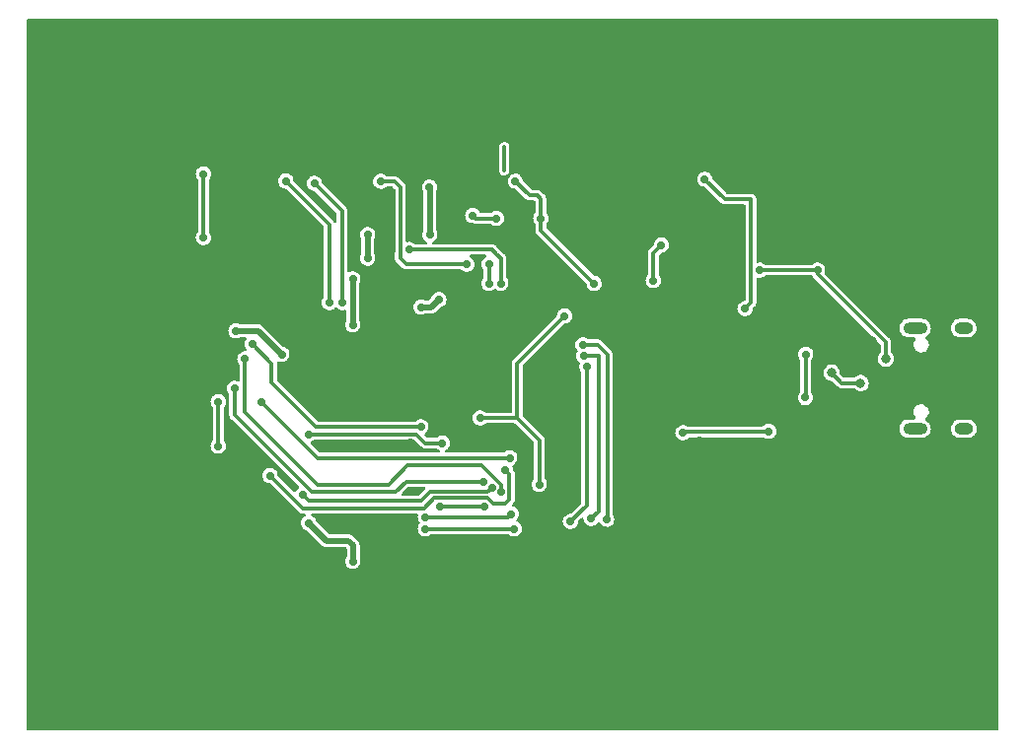
<source format=gbr>
%TF.GenerationSoftware,KiCad,Pcbnew,(6.0.11)*%
%TF.CreationDate,2023-02-10T10:35:54-08:00*%
%TF.ProjectId,EV1,4556312e-6b69-4636-9164-5f7063625858,rev?*%
%TF.SameCoordinates,Original*%
%TF.FileFunction,Copper,L2,Bot*%
%TF.FilePolarity,Positive*%
%FSLAX46Y46*%
G04 Gerber Fmt 4.6, Leading zero omitted, Abs format (unit mm)*
G04 Created by KiCad (PCBNEW (6.0.11)) date 2023-02-10 10:35:54*
%MOMM*%
%LPD*%
G01*
G04 APERTURE LIST*
%TA.AperFunction,ComponentPad*%
%ADD10O,1.600000X1.000000*%
%TD*%
%TA.AperFunction,ComponentPad*%
%ADD11O,2.100000X1.000000*%
%TD*%
%TA.AperFunction,ViaPad*%
%ADD12C,0.700000*%
%TD*%
%TA.AperFunction,ViaPad*%
%ADD13C,0.800000*%
%TD*%
%TA.AperFunction,Conductor*%
%ADD14C,0.300000*%
%TD*%
%TA.AperFunction,Conductor*%
%ADD15C,0.500000*%
%TD*%
G04 APERTURE END LIST*
D10*
%TO.P,J9,S1,SHIELD*%
%TO.N,unconnected-(J9-PadS1)*%
X194540000Y-96680000D03*
D11*
X190360000Y-88040000D03*
D10*
X194540000Y-88040000D03*
D11*
X190360000Y-96680000D03*
%TD*%
D12*
%TO.N,+3.3V*%
X158242000Y-78613000D03*
X160274000Y-86995000D03*
X143383000Y-82042000D03*
X168591500Y-80899000D03*
X177800000Y-96901000D03*
X149501675Y-85575325D03*
X142113000Y-108077000D03*
X148717000Y-80010000D03*
X167894000Y-83947000D03*
X158115000Y-101473000D03*
X148690000Y-75920000D03*
X142113000Y-87757000D03*
X138303000Y-104775000D03*
X132080000Y-88265000D03*
X175768000Y-86360000D03*
X147955000Y-86233000D03*
X142113000Y-83820000D03*
X170434000Y-97028000D03*
X156055000Y-75415000D03*
X162814000Y-84201000D03*
X143383000Y-80010000D03*
X172310000Y-75246500D03*
X158242000Y-78613000D03*
X153035000Y-95758000D03*
X136017000Y-90297000D03*
%TO.N,VBUS*%
X180949334Y-94009591D03*
X180975000Y-90297000D03*
%TO.N,GND*%
X145542000Y-95095500D03*
D13*
X186740000Y-95680000D03*
D12*
X146812000Y-91313000D03*
X147066000Y-97854500D03*
X172250500Y-78250000D03*
X181410000Y-76130000D03*
X159893000Y-98298000D03*
X178820000Y-109260000D03*
D13*
X186700000Y-89150000D03*
X187820000Y-88030000D03*
D12*
X162330000Y-75740000D03*
X147193000Y-101981000D03*
X138684000Y-94107000D03*
X137160000Y-89789000D03*
X164973000Y-96266000D03*
X172339000Y-94361000D03*
X145415000Y-82423000D03*
X128905000Y-68961000D03*
X170053000Y-85344000D03*
D13*
X187790000Y-96420000D03*
D12*
X131729000Y-75341000D03*
X183896000Y-76200000D03*
X171831000Y-97663000D03*
X134620000Y-105537000D03*
X159639000Y-82804000D03*
X151406675Y-87480325D03*
X163830000Y-85979000D03*
X149987000Y-93599000D03*
X170950000Y-108580000D03*
%TO.N,/I2C_SCL*%
X153797000Y-82550000D03*
X153797000Y-84201000D03*
%TO.N,/USART_3_RX*%
X155956000Y-105283000D03*
X148336000Y-105283000D03*
%TO.N,/USART_3_TX*%
X155702000Y-104013000D03*
X148336000Y-104267000D03*
%TO.N,/BB_ROW_3*%
X153416000Y-103378000D03*
X149606000Y-103378000D03*
%TO.N,/BB_ROW_6*%
X162179000Y-91313000D03*
X160782000Y-104648000D03*
%TO.N,/BB_ROW_7*%
X161925000Y-90424000D03*
X162560000Y-104394000D03*
%TO.N,/BB_ROW_8*%
X163893500Y-104457500D03*
X161861500Y-89471500D03*
%TO.N,/BB_COLS_2*%
X151892000Y-82550000D03*
X144510000Y-75420000D03*
%TO.N,/BB_COLS_3*%
X152400000Y-78359000D03*
X154432000Y-78613000D03*
%TO.N,/BB_COLS_4*%
X138810000Y-75590000D03*
X141224000Y-85852000D03*
%TO.N,/BB_COLS_5*%
X136360000Y-75400000D03*
X140081000Y-85852000D03*
%TO.N,/BB_COLS_6*%
X146939000Y-81280000D03*
X154813000Y-84201000D03*
%TO.N,/RST_PA6*%
X154855540Y-102129270D03*
X132842000Y-90678000D03*
%TO.N,/BL_PA4*%
X153289000Y-101219000D03*
X131953000Y-93218000D03*
%TO.N,/DC_PB0*%
X155575000Y-99187000D03*
X134239000Y-94361000D03*
X130556000Y-98171000D03*
X130556000Y-94361000D03*
%TO.N,/MOSI_SPI*%
X155194000Y-100203000D03*
X135001000Y-100711000D03*
%TO.N,/SCK_SPI*%
X154051000Y-101727000D03*
X137795000Y-102362000D03*
%TO.N,/USART2_RX*%
X138303000Y-97155000D03*
X149797500Y-97917000D03*
%TO.N,/USART2_TX*%
X129286000Y-74803000D03*
X129286000Y-80264000D03*
X147955000Y-96520000D03*
X133477000Y-89408000D03*
D13*
%TO.N,Net-(J9-PadA7)*%
X183200000Y-91880000D03*
X185690000Y-92760000D03*
D12*
%TO.N,Net-(J9-PadB5)*%
X177038000Y-83058000D03*
X181991000Y-83058000D03*
D13*
X187850000Y-90659500D03*
%TD*%
D14*
%TO.N,+3.3V*%
X176276000Y-85852000D02*
X176276000Y-76962000D01*
D15*
X139827000Y-106299000D02*
X141732000Y-106299000D01*
D14*
X170434000Y-97028000D02*
X170499000Y-96963000D01*
X175768000Y-86360000D02*
X176276000Y-85852000D01*
X167894000Y-81596500D02*
X168591500Y-80899000D01*
X176276000Y-76962000D02*
X174459500Y-76962000D01*
X158242000Y-76932000D02*
X157930000Y-76620000D01*
D15*
X148717000Y-75947000D02*
X148690000Y-75920000D01*
X148844000Y-86233000D02*
X149501675Y-85575325D01*
D14*
X155100000Y-74460000D02*
X155100000Y-72510000D01*
X156210000Y-95758000D02*
X153035000Y-95758000D01*
D15*
X133985000Y-88265000D02*
X132080000Y-88265000D01*
D14*
X174459500Y-76962000D02*
X174025500Y-76962000D01*
D15*
X142140000Y-107987500D02*
X142140000Y-108020000D01*
X142113000Y-87757000D02*
X142113000Y-83820000D01*
D14*
X170499000Y-96963000D02*
X177738000Y-96963000D01*
D15*
X147955000Y-86233000D02*
X148844000Y-86233000D01*
X142140000Y-106707000D02*
X142140000Y-107987500D01*
D14*
X158242000Y-78613000D02*
X158242000Y-76932000D01*
X158115000Y-101473000D02*
X158115000Y-97663000D01*
X156210000Y-91059000D02*
X160274000Y-86995000D01*
X162814000Y-84201000D02*
X158242000Y-79629000D01*
D15*
X143383000Y-80010000D02*
X143383000Y-82042000D01*
X142140000Y-108020000D02*
X142130000Y-108030000D01*
D14*
X158242000Y-79629000D02*
X158242000Y-78613000D01*
X158115000Y-97663000D02*
X156210000Y-95758000D01*
X157260000Y-76620000D02*
X156055000Y-75415000D01*
X177738000Y-96963000D02*
X177800000Y-96901000D01*
X167894000Y-83947000D02*
X167894000Y-81596500D01*
X174025500Y-76962000D02*
X172310000Y-75246500D01*
D15*
X141732000Y-106299000D02*
X142140000Y-106707000D01*
D14*
X157930000Y-76620000D02*
X157260000Y-76620000D01*
X156210000Y-95758000D02*
X156210000Y-91059000D01*
D15*
X138303000Y-104775000D02*
X139827000Y-106299000D01*
X136017000Y-90297000D02*
X133985000Y-88265000D01*
X148717000Y-80010000D02*
X148717000Y-75947000D01*
D14*
%TO.N,VBUS*%
X180975000Y-93983925D02*
X180975000Y-90297000D01*
X180949334Y-94009591D02*
X180975000Y-93983925D01*
D15*
%TO.N,GND*%
X186700000Y-95640000D02*
X186740000Y-95680000D01*
X186700000Y-89150000D02*
X186700000Y-95640000D01*
D14*
%TO.N,/I2C_SCL*%
X153797000Y-84201000D02*
X153797000Y-82550000D01*
%TO.N,/USART_3_RX*%
X155956000Y-105283000D02*
X156083000Y-105283000D01*
X148336000Y-105283000D02*
X155956000Y-105283000D01*
%TO.N,/USART_3_TX*%
X148336000Y-104267000D02*
X155448000Y-104267000D01*
X155448000Y-104267000D02*
X155702000Y-104013000D01*
%TO.N,/BB_ROW_3*%
X149606000Y-103378000D02*
X153416000Y-103378000D01*
%TO.N,/BB_ROW_6*%
X162179000Y-91313000D02*
X162179000Y-103251000D01*
X162179000Y-103251000D02*
X160782000Y-104648000D01*
%TO.N,/BB_ROW_7*%
X163195000Y-103759000D02*
X162560000Y-104394000D01*
X163195000Y-90424000D02*
X163195000Y-99822000D01*
X161925000Y-90424000D02*
X163195000Y-90424000D01*
X163195000Y-99822000D02*
X163195000Y-103759000D01*
%TO.N,/BB_ROW_8*%
X163131500Y-89471500D02*
X163957000Y-90297000D01*
X163893500Y-104457500D02*
X163830000Y-104521000D01*
X161861500Y-89471500D02*
X163131500Y-89471500D01*
X163957000Y-104394000D02*
X163893500Y-104457500D01*
X163957000Y-90297000D02*
X163957000Y-104394000D01*
%TO.N,/BB_COLS_2*%
X146177000Y-82042000D02*
X146177000Y-81661000D01*
X146177000Y-81661000D02*
X146190000Y-81648000D01*
X146685000Y-82550000D02*
X146177000Y-82042000D01*
X145690000Y-75420000D02*
X144510000Y-75420000D01*
X146190000Y-81648000D02*
X146190000Y-75920000D01*
X151892000Y-82550000D02*
X146685000Y-82550000D01*
X146190000Y-75920000D02*
X145690000Y-75420000D01*
%TO.N,/BB_COLS_3*%
X154432000Y-78613000D02*
X152654000Y-78613000D01*
X152654000Y-78613000D02*
X152400000Y-78359000D01*
%TO.N,/BB_COLS_4*%
X141190000Y-77970000D02*
X138810000Y-75590000D01*
X141224000Y-85852000D02*
X141190000Y-85818000D01*
X141190000Y-85818000D02*
X141190000Y-77970000D01*
%TO.N,/BB_COLS_5*%
X140081000Y-79121000D02*
X136360000Y-75400000D01*
X140081000Y-85852000D02*
X140081000Y-79121000D01*
%TO.N,/BB_COLS_6*%
X154813000Y-82042000D02*
X154432000Y-81661000D01*
X154813000Y-84201000D02*
X154813000Y-82042000D01*
X154051000Y-81280000D02*
X146939000Y-81280000D01*
X154432000Y-81661000D02*
X154051000Y-81280000D01*
%TO.N,/RST_PA6*%
X139065000Y-101473000D02*
X132842000Y-95250000D01*
X154855540Y-102129270D02*
X154855540Y-101541590D01*
X132842000Y-95250000D02*
X132842000Y-90678000D01*
X154855540Y-101541590D02*
X153135950Y-99822000D01*
X145161000Y-101473000D02*
X139065000Y-101473000D01*
X153135950Y-99822000D02*
X146812000Y-99822000D01*
X146812000Y-99822000D02*
X145161000Y-101473000D01*
X132842000Y-90678000D02*
X132830000Y-90690000D01*
%TO.N,/BL_PA4*%
X131925000Y-93190000D02*
X131953000Y-93218000D01*
X145796000Y-102108000D02*
X138557000Y-102108000D01*
X153289000Y-101219000D02*
X146685000Y-101219000D01*
X146685000Y-101219000D02*
X145796000Y-102108000D01*
X138557000Y-102108000D02*
X131953000Y-95504000D01*
X131953000Y-95504000D02*
X131953000Y-93218000D01*
%TO.N,/DC_PB0*%
X155575000Y-99187000D02*
X139065000Y-99187000D01*
X130556000Y-94361000D02*
X130556000Y-98171000D01*
X139065000Y-99187000D02*
X134239000Y-94361000D01*
%TO.N,/MOSI_SPI*%
X155194000Y-100203000D02*
X155555540Y-100564540D01*
X154151950Y-103124000D02*
X153643950Y-102616000D01*
X155555540Y-102762460D02*
X155194000Y-103124000D01*
X155555540Y-100564540D02*
X155555540Y-102762460D01*
X137795000Y-103505000D02*
X135001000Y-100711000D01*
X149098000Y-102616000D02*
X148209000Y-103505000D01*
X153643950Y-102616000D02*
X149098000Y-102616000D01*
X148209000Y-103505000D02*
X137795000Y-103505000D01*
X155194000Y-103124000D02*
X154151950Y-103124000D01*
%TO.N,/SCK_SPI*%
X153662000Y-102116000D02*
X148890893Y-102116000D01*
X138303000Y-102870000D02*
X137795000Y-102362000D01*
X148890893Y-102116000D02*
X148709000Y-102116000D01*
X154051000Y-101727000D02*
X153662000Y-102116000D01*
X147955000Y-102870000D02*
X138303000Y-102870000D01*
X148709000Y-102116000D02*
X147955000Y-102870000D01*
%TO.N,/USART2_RX*%
X148336000Y-97917000D02*
X147574000Y-97155000D01*
X149797500Y-97917000D02*
X148336000Y-97917000D01*
X147574000Y-97155000D02*
X138303000Y-97155000D01*
%TO.N,/USART2_TX*%
X129286000Y-74803000D02*
X129286000Y-80264000D01*
X135128000Y-91059000D02*
X135128000Y-92710000D01*
X133477000Y-89408000D02*
X135128000Y-91059000D01*
X138938000Y-96520000D02*
X147955000Y-96520000D01*
X135128000Y-92710000D02*
X138938000Y-96520000D01*
%TO.N,Net-(J9-PadA7)*%
X185690000Y-92760000D02*
X184080000Y-92760000D01*
X184080000Y-92760000D02*
X183200000Y-91880000D01*
%TO.N,Net-(J9-PadB5)*%
X177038000Y-83058000D02*
X181991000Y-83058000D01*
X187850000Y-90659500D02*
X187850000Y-89239339D01*
X187850000Y-89239339D02*
X181991000Y-83380339D01*
X181991000Y-83380339D02*
X181991000Y-83058000D01*
%TD*%
%TA.AperFunction,Conductor*%
%TO.N,GND*%
G36*
X197451621Y-61520191D02*
G01*
X197498114Y-61573847D01*
X197509500Y-61626189D01*
X197509500Y-122473500D01*
X197489498Y-122541621D01*
X197435842Y-122588114D01*
X197383500Y-122599500D01*
X114196500Y-122599500D01*
X114128379Y-122579498D01*
X114081886Y-122525842D01*
X114070500Y-122473500D01*
X114070500Y-98164138D01*
X129900758Y-98164138D01*
X129918035Y-98320633D01*
X129972143Y-98468490D01*
X129976380Y-98474796D01*
X129976382Y-98474799D01*
X130010964Y-98526262D01*
X130059958Y-98599172D01*
X130081958Y-98619190D01*
X130170322Y-98699595D01*
X130176410Y-98705135D01*
X130183085Y-98708759D01*
X130308099Y-98776637D01*
X130308101Y-98776638D01*
X130314776Y-98780262D01*
X130322125Y-98782190D01*
X130459719Y-98818287D01*
X130459721Y-98818287D01*
X130467069Y-98820215D01*
X130550380Y-98821524D01*
X130616898Y-98822569D01*
X130616901Y-98822569D01*
X130624495Y-98822688D01*
X130777968Y-98787538D01*
X130918625Y-98716795D01*
X130981796Y-98662842D01*
X131032574Y-98619474D01*
X131032576Y-98619471D01*
X131038348Y-98614542D01*
X131130224Y-98486683D01*
X131188950Y-98340598D01*
X131201208Y-98254468D01*
X131210553Y-98188807D01*
X131210553Y-98188804D01*
X131211134Y-98184723D01*
X131211278Y-98171000D01*
X131192363Y-98014694D01*
X131177102Y-97974306D01*
X131139394Y-97874514D01*
X131139393Y-97874511D01*
X131136710Y-97867412D01*
X131047531Y-97737657D01*
X131041865Y-97732609D01*
X131037986Y-97728209D01*
X131007941Y-97663883D01*
X131006500Y-97644884D01*
X131006500Y-94886954D01*
X131026502Y-94818833D01*
X131035955Y-94806586D01*
X131038348Y-94804542D01*
X131049393Y-94789172D01*
X131102350Y-94715474D01*
X131130224Y-94676683D01*
X131188950Y-94530598D01*
X131211134Y-94374723D01*
X131211278Y-94361000D01*
X131192363Y-94204694D01*
X131136710Y-94057412D01*
X131047531Y-93927657D01*
X130948647Y-93839554D01*
X130935648Y-93827972D01*
X130935645Y-93827970D01*
X130929976Y-93822919D01*
X130790831Y-93749245D01*
X130774122Y-93745048D01*
X130645498Y-93712740D01*
X130645496Y-93712740D01*
X130638128Y-93710889D01*
X130630530Y-93710849D01*
X130630528Y-93710849D01*
X130563319Y-93710497D01*
X130480684Y-93710065D01*
X130473305Y-93711837D01*
X130473301Y-93711837D01*
X130334967Y-93745048D01*
X130334963Y-93745049D01*
X130327588Y-93746820D01*
X130187679Y-93819032D01*
X130181957Y-93824024D01*
X130181955Y-93824025D01*
X130074759Y-93917538D01*
X130074756Y-93917541D01*
X130069034Y-93922533D01*
X130064667Y-93928747D01*
X129998204Y-94023314D01*
X129978501Y-94051348D01*
X129921309Y-94198039D01*
X129920318Y-94205568D01*
X129902819Y-94338484D01*
X129900758Y-94354138D01*
X129918035Y-94510633D01*
X129972143Y-94658490D01*
X129976380Y-94664796D01*
X129976382Y-94664799D01*
X130007870Y-94711657D01*
X130059958Y-94789172D01*
X130065574Y-94794282D01*
X130070542Y-94800038D01*
X130069210Y-94801187D01*
X130101223Y-94853765D01*
X130105500Y-94886317D01*
X130105500Y-97645030D01*
X130085498Y-97713151D01*
X130074020Y-97728184D01*
X130069034Y-97732533D01*
X130032621Y-97784343D01*
X129986756Y-97849603D01*
X129978501Y-97861348D01*
X129921309Y-98008039D01*
X129900758Y-98164138D01*
X114070500Y-98164138D01*
X114070500Y-93211138D01*
X131297758Y-93211138D01*
X131315035Y-93367633D01*
X131369143Y-93515490D01*
X131373380Y-93521796D01*
X131373382Y-93521799D01*
X131403171Y-93566129D01*
X131456958Y-93646172D01*
X131462575Y-93651283D01*
X131467542Y-93657038D01*
X131466210Y-93658187D01*
X131498223Y-93710765D01*
X131502500Y-93743317D01*
X131502500Y-95469780D01*
X131501627Y-95484589D01*
X131497636Y-95518310D01*
X131499328Y-95527574D01*
X131499328Y-95527575D01*
X131508172Y-95576001D01*
X131508822Y-95579904D01*
X131512230Y-95602568D01*
X131517551Y-95637962D01*
X131520679Y-95644475D01*
X131521975Y-95651573D01*
X131549025Y-95703647D01*
X131550768Y-95707137D01*
X131576191Y-95760079D01*
X131581077Y-95765365D01*
X131581110Y-95765413D01*
X131584421Y-95771788D01*
X131588725Y-95776828D01*
X131625952Y-95814055D01*
X131629381Y-95817620D01*
X131668146Y-95859556D01*
X131674505Y-95863249D01*
X131680663Y-95868766D01*
X137441840Y-101629943D01*
X137475866Y-101692255D01*
X137470801Y-101763070D01*
X137426370Y-101819678D01*
X137426679Y-101820032D01*
X137420959Y-101825022D01*
X137420956Y-101825024D01*
X137313759Y-101918538D01*
X137313756Y-101918541D01*
X137308034Y-101923533D01*
X137303667Y-101929747D01*
X137241083Y-102018795D01*
X137217501Y-102052348D01*
X137215025Y-102058699D01*
X137165442Y-102109044D01*
X137096186Y-102124665D01*
X137029478Y-102100363D01*
X137015119Y-102088016D01*
X135689545Y-100762442D01*
X135655519Y-100700130D01*
X135653553Y-100688484D01*
X135637363Y-100554694D01*
X135613873Y-100492529D01*
X135584394Y-100414514D01*
X135584393Y-100414511D01*
X135581710Y-100407412D01*
X135492531Y-100277657D01*
X135445971Y-100236174D01*
X135380648Y-100177972D01*
X135380645Y-100177970D01*
X135374976Y-100172919D01*
X135235831Y-100099245D01*
X135219122Y-100095048D01*
X135090498Y-100062740D01*
X135090496Y-100062740D01*
X135083128Y-100060889D01*
X135075530Y-100060849D01*
X135075528Y-100060849D01*
X135008319Y-100060497D01*
X134925684Y-100060065D01*
X134918305Y-100061837D01*
X134918301Y-100061837D01*
X134779967Y-100095048D01*
X134779963Y-100095049D01*
X134772588Y-100096820D01*
X134632679Y-100169032D01*
X134626957Y-100174024D01*
X134626955Y-100174025D01*
X134519759Y-100267538D01*
X134519756Y-100267541D01*
X134514034Y-100272533D01*
X134509667Y-100278747D01*
X134451602Y-100361365D01*
X134423501Y-100401348D01*
X134366309Y-100548039D01*
X134365318Y-100555568D01*
X134346982Y-100694842D01*
X134345758Y-100704138D01*
X134363035Y-100860633D01*
X134417143Y-101008490D01*
X134421380Y-101014796D01*
X134421382Y-101014799D01*
X134461709Y-101074811D01*
X134504958Y-101139172D01*
X134621410Y-101245135D01*
X134628085Y-101248759D01*
X134753099Y-101316637D01*
X134753101Y-101316638D01*
X134759776Y-101320262D01*
X134767125Y-101322190D01*
X134904718Y-101358287D01*
X134904722Y-101358288D01*
X134912069Y-101360215D01*
X134963697Y-101361026D01*
X135031494Y-101382095D01*
X135050812Y-101397915D01*
X137452247Y-103799350D01*
X137462101Y-103810439D01*
X137477294Y-103829711D01*
X137477298Y-103829715D01*
X137483128Y-103837110D01*
X137490875Y-103842464D01*
X137490879Y-103842468D01*
X137531404Y-103870477D01*
X137534598Y-103872758D01*
X137581817Y-103907635D01*
X137588634Y-103910029D01*
X137594569Y-103914131D01*
X137603544Y-103916969D01*
X137603545Y-103916970D01*
X137625507Y-103923915D01*
X137650475Y-103931812D01*
X137654215Y-103933060D01*
X137700745Y-103949400D01*
X137700748Y-103949401D01*
X137709631Y-103952520D01*
X137716816Y-103952803D01*
X137716889Y-103952817D01*
X137723730Y-103954980D01*
X137730337Y-103955500D01*
X137783006Y-103955500D01*
X137787952Y-103955597D01*
X137844994Y-103957838D01*
X137852100Y-103955954D01*
X137860347Y-103955500D01*
X137953547Y-103955500D01*
X138021668Y-103975502D01*
X138068161Y-104029158D01*
X138078265Y-104099432D01*
X138048771Y-104164012D01*
X138011337Y-104193466D01*
X137934679Y-104233032D01*
X137928957Y-104238024D01*
X137928955Y-104238025D01*
X137821759Y-104331538D01*
X137821756Y-104331541D01*
X137816034Y-104336533D01*
X137811667Y-104342747D01*
X137731017Y-104457500D01*
X137725501Y-104465348D01*
X137668309Y-104612039D01*
X137665398Y-104634152D01*
X137649161Y-104757482D01*
X137647758Y-104768138D01*
X137665035Y-104924633D01*
X137719143Y-105072490D01*
X137723380Y-105078796D01*
X137723382Y-105078799D01*
X137742141Y-105106715D01*
X137806958Y-105203172D01*
X137812574Y-105208282D01*
X137914258Y-105300807D01*
X137923410Y-105309135D01*
X137930085Y-105312759D01*
X138055099Y-105380637D01*
X138055101Y-105380638D01*
X138061776Y-105384262D01*
X138069123Y-105386189D01*
X138069127Y-105386191D01*
X138126330Y-105401197D01*
X138183453Y-105433978D01*
X139427130Y-106677655D01*
X139430783Y-106681464D01*
X139472799Y-106727156D01*
X139509797Y-106750095D01*
X139519548Y-106756797D01*
X139554216Y-106783112D01*
X139568193Y-106788646D01*
X139588202Y-106798709D01*
X139593688Y-106802111D01*
X139593692Y-106802113D01*
X139600986Y-106806635D01*
X139609228Y-106809029D01*
X139609231Y-106809031D01*
X139642784Y-106818779D01*
X139653997Y-106822618D01*
X139694453Y-106838635D01*
X139702996Y-106839533D01*
X139702997Y-106839533D01*
X139709402Y-106840206D01*
X139731380Y-106844518D01*
X139745825Y-106848715D01*
X139752408Y-106849198D01*
X139752411Y-106849199D01*
X139754208Y-106849331D01*
X139754219Y-106849331D01*
X139756515Y-106849500D01*
X139791219Y-106849500D01*
X139804390Y-106850190D01*
X139844454Y-106854401D01*
X139852919Y-106852969D01*
X139852928Y-106852969D01*
X139863000Y-106851265D01*
X139884013Y-106849500D01*
X141451784Y-106849500D01*
X141519905Y-106869502D01*
X141540876Y-106886401D01*
X141552592Y-106898116D01*
X141586619Y-106960427D01*
X141589500Y-106987215D01*
X141589500Y-107650666D01*
X141566587Y-107723117D01*
X141553383Y-107741905D01*
X141535501Y-107767348D01*
X141478309Y-107914039D01*
X141457758Y-108070138D01*
X141475035Y-108226633D01*
X141529143Y-108374490D01*
X141533380Y-108380796D01*
X141533382Y-108380799D01*
X141573709Y-108440811D01*
X141616958Y-108505172D01*
X141733410Y-108611135D01*
X141740085Y-108614759D01*
X141865099Y-108682637D01*
X141865101Y-108682638D01*
X141871776Y-108686262D01*
X141879125Y-108688190D01*
X142016719Y-108724287D01*
X142016721Y-108724287D01*
X142024069Y-108726215D01*
X142107380Y-108727524D01*
X142173898Y-108728569D01*
X142173901Y-108728569D01*
X142181495Y-108728688D01*
X142334968Y-108693538D01*
X142475625Y-108622795D01*
X142501869Y-108600381D01*
X142589574Y-108525474D01*
X142589576Y-108525471D01*
X142595348Y-108520542D01*
X142687224Y-108392683D01*
X142745950Y-108246598D01*
X142768134Y-108090723D01*
X142768278Y-108077000D01*
X142749363Y-107920694D01*
X142698634Y-107786443D01*
X142690500Y-107741905D01*
X142690500Y-106721993D01*
X142690611Y-106716717D01*
X142690796Y-106712310D01*
X142693210Y-106654706D01*
X142691248Y-106646341D01*
X142683273Y-106612338D01*
X142681110Y-106600667D01*
X142676372Y-106566081D01*
X142675206Y-106557568D01*
X142669235Y-106543770D01*
X142662201Y-106522501D01*
X142660729Y-106516225D01*
X142658768Y-106507864D01*
X142654631Y-106500339D01*
X142654630Y-106500336D01*
X142637805Y-106469732D01*
X142632589Y-106459087D01*
X142615305Y-106419145D01*
X142605842Y-106407459D01*
X142593354Y-106388874D01*
X142589290Y-106381482D01*
X142586107Y-106375692D01*
X142579103Y-106367578D01*
X142554567Y-106343042D01*
X142545742Y-106333241D01*
X142525795Y-106308609D01*
X142525793Y-106308607D01*
X142520386Y-106301930D01*
X142505052Y-106291033D01*
X142488945Y-106277421D01*
X142131881Y-105920357D01*
X142128228Y-105916548D01*
X142105896Y-105892262D01*
X142086201Y-105870844D01*
X142049198Y-105847901D01*
X142039448Y-105841200D01*
X142004783Y-105814888D01*
X141990804Y-105809354D01*
X141970801Y-105799293D01*
X141958014Y-105791365D01*
X141949763Y-105788968D01*
X141949761Y-105788967D01*
X141916228Y-105779225D01*
X141904995Y-105775379D01*
X141875470Y-105763689D01*
X141864547Y-105759364D01*
X141856006Y-105758466D01*
X141856005Y-105758466D01*
X141849592Y-105757792D01*
X141827617Y-105753480D01*
X141813175Y-105749285D01*
X141805692Y-105748736D01*
X141804792Y-105748669D01*
X141804781Y-105748669D01*
X141802485Y-105748500D01*
X141767783Y-105748500D01*
X141754613Y-105747810D01*
X141744384Y-105746735D01*
X141714546Y-105743599D01*
X141706081Y-105745031D01*
X141706072Y-105745031D01*
X141696000Y-105746735D01*
X141674987Y-105748500D01*
X140107214Y-105748500D01*
X140039093Y-105728498D01*
X140018119Y-105711595D01*
X138967137Y-104660613D01*
X138938366Y-104616056D01*
X138934994Y-104607133D01*
X138883710Y-104471412D01*
X138794531Y-104341657D01*
X138741144Y-104294091D01*
X138682648Y-104241972D01*
X138682645Y-104241970D01*
X138676976Y-104236919D01*
X138593752Y-104192854D01*
X138542909Y-104143301D01*
X138526927Y-104074127D01*
X138550881Y-104007293D01*
X138607165Y-103964020D01*
X138652711Y-103955500D01*
X147577951Y-103955500D01*
X147646072Y-103975502D01*
X147692565Y-104029158D01*
X147702669Y-104099432D01*
X147702211Y-104101725D01*
X147701309Y-104104039D01*
X147698673Y-104124065D01*
X147683150Y-104241972D01*
X147680758Y-104260138D01*
X147698035Y-104416633D01*
X147752143Y-104564490D01*
X147839958Y-104695172D01*
X147840392Y-104695567D01*
X147868525Y-104757482D01*
X147858286Y-104827736D01*
X147846860Y-104847626D01*
X147765294Y-104963683D01*
X147758501Y-104973348D01*
X147701309Y-105120039D01*
X147700318Y-105127568D01*
X147682735Y-105261125D01*
X147680758Y-105276138D01*
X147698035Y-105432633D01*
X147752143Y-105580490D01*
X147756380Y-105586796D01*
X147756382Y-105586799D01*
X147796709Y-105646811D01*
X147839958Y-105711172D01*
X147897674Y-105763689D01*
X147950466Y-105811726D01*
X147956410Y-105817135D01*
X147977885Y-105828795D01*
X148088099Y-105888637D01*
X148088101Y-105888638D01*
X148094776Y-105892262D01*
X148102125Y-105894190D01*
X148239719Y-105930287D01*
X148239721Y-105930287D01*
X148247069Y-105932215D01*
X148330380Y-105933524D01*
X148396898Y-105934569D01*
X148396901Y-105934569D01*
X148404495Y-105934688D01*
X148557968Y-105899538D01*
X148698625Y-105828795D01*
X148704397Y-105823866D01*
X148704399Y-105823864D01*
X148774854Y-105763689D01*
X148839644Y-105734658D01*
X148856685Y-105733500D01*
X155435750Y-105733500D01*
X155503871Y-105753502D01*
X155520549Y-105766306D01*
X155570794Y-105812025D01*
X155576410Y-105817135D01*
X155583083Y-105820758D01*
X155708099Y-105888637D01*
X155708101Y-105888638D01*
X155714776Y-105892262D01*
X155722125Y-105894190D01*
X155859719Y-105930287D01*
X155859721Y-105930287D01*
X155867069Y-105932215D01*
X155950380Y-105933524D01*
X156016898Y-105934569D01*
X156016901Y-105934569D01*
X156024495Y-105934688D01*
X156177968Y-105899538D01*
X156318625Y-105828795D01*
X156381167Y-105775379D01*
X156432574Y-105731474D01*
X156432576Y-105731471D01*
X156438348Y-105726542D01*
X156530224Y-105598683D01*
X156588950Y-105452598D01*
X156611134Y-105296723D01*
X156611278Y-105283000D01*
X156592363Y-105126694D01*
X156574265Y-105078799D01*
X156539394Y-104986514D01*
X156539393Y-104986511D01*
X156536710Y-104979412D01*
X156447531Y-104849657D01*
X156400971Y-104808174D01*
X156335648Y-104749972D01*
X156335645Y-104749970D01*
X156329976Y-104744919D01*
X156195498Y-104673716D01*
X156162071Y-104641138D01*
X160126758Y-104641138D01*
X160144035Y-104797633D01*
X160198143Y-104945490D01*
X160202380Y-104951796D01*
X160202382Y-104951799D01*
X160233670Y-104998360D01*
X160285958Y-105076172D01*
X160402410Y-105182135D01*
X160409085Y-105185759D01*
X160534099Y-105253637D01*
X160534101Y-105253638D01*
X160540776Y-105257262D01*
X160548125Y-105259190D01*
X160685719Y-105295287D01*
X160685721Y-105295287D01*
X160693069Y-105297215D01*
X160776380Y-105298524D01*
X160842898Y-105299569D01*
X160842901Y-105299569D01*
X160850495Y-105299688D01*
X161003968Y-105264538D01*
X161144625Y-105193795D01*
X161222167Y-105127568D01*
X161258574Y-105096474D01*
X161258576Y-105096471D01*
X161264348Y-105091542D01*
X161356224Y-104963683D01*
X161414950Y-104817598D01*
X161436480Y-104666316D01*
X161465881Y-104601694D01*
X161472128Y-104594975D01*
X161696868Y-104370235D01*
X161759180Y-104336209D01*
X161829995Y-104341274D01*
X161886831Y-104383821D01*
X161911201Y-104445503D01*
X161922035Y-104543633D01*
X161976143Y-104691490D01*
X161980380Y-104697796D01*
X161980382Y-104697799D01*
X162005621Y-104735358D01*
X162063958Y-104822172D01*
X162088608Y-104844602D01*
X162139360Y-104890782D01*
X162180410Y-104928135D01*
X162232902Y-104956636D01*
X162312099Y-104999637D01*
X162312101Y-104999638D01*
X162318776Y-105003262D01*
X162326125Y-105005190D01*
X162463719Y-105041287D01*
X162463721Y-105041287D01*
X162471069Y-105043215D01*
X162554380Y-105044524D01*
X162620898Y-105045569D01*
X162620901Y-105045569D01*
X162628495Y-105045688D01*
X162781968Y-105010538D01*
X162922625Y-104939795D01*
X162985995Y-104885672D01*
X163036574Y-104842474D01*
X163036576Y-104842471D01*
X163042348Y-104837542D01*
X163046782Y-104831372D01*
X163103351Y-104752649D01*
X163159345Y-104709001D01*
X163230049Y-104702555D01*
X163293013Y-104735358D01*
X163310253Y-104755898D01*
X163397458Y-104885672D01*
X163440276Y-104924633D01*
X163475447Y-104956636D01*
X163513910Y-104991635D01*
X163520585Y-104995259D01*
X163645599Y-105063137D01*
X163645601Y-105063138D01*
X163652276Y-105066762D01*
X163659625Y-105068690D01*
X163797219Y-105104787D01*
X163797221Y-105104787D01*
X163804569Y-105106715D01*
X163887880Y-105108024D01*
X163954398Y-105109069D01*
X163954401Y-105109069D01*
X163961995Y-105109188D01*
X164115468Y-105074038D01*
X164256125Y-105003295D01*
X164284088Y-104979412D01*
X164370074Y-104905974D01*
X164370076Y-104905971D01*
X164375848Y-104901042D01*
X164467724Y-104773183D01*
X164526450Y-104627098D01*
X164546668Y-104485039D01*
X164548053Y-104475307D01*
X164548053Y-104475304D01*
X164548634Y-104471223D01*
X164548778Y-104457500D01*
X164529863Y-104301194D01*
X164502791Y-104229549D01*
X164476894Y-104161014D01*
X164476893Y-104161011D01*
X164474210Y-104153912D01*
X164429660Y-104089092D01*
X164407500Y-104017724D01*
X164407500Y-97021138D01*
X169778758Y-97021138D01*
X169796035Y-97177633D01*
X169850143Y-97325490D01*
X169854380Y-97331796D01*
X169854382Y-97331799D01*
X169868592Y-97352945D01*
X169937958Y-97456172D01*
X169960270Y-97476474D01*
X170021687Y-97532359D01*
X170054410Y-97562135D01*
X170103948Y-97589032D01*
X170186099Y-97633637D01*
X170186101Y-97633638D01*
X170192776Y-97637262D01*
X170200125Y-97639190D01*
X170337719Y-97675287D01*
X170337721Y-97675287D01*
X170345069Y-97677215D01*
X170428380Y-97678524D01*
X170494898Y-97679569D01*
X170494901Y-97679569D01*
X170502495Y-97679688D01*
X170655968Y-97644538D01*
X170796625Y-97573795D01*
X170838120Y-97538355D01*
X170910574Y-97476474D01*
X170910576Y-97476471D01*
X170916348Y-97471542D01*
X170920777Y-97465379D01*
X170925925Y-97459780D01*
X170927012Y-97460780D01*
X170976344Y-97422326D01*
X171022672Y-97413500D01*
X177351330Y-97413500D01*
X177420220Y-97435485D01*
X177420410Y-97435135D01*
X177421055Y-97435485D01*
X177476420Y-97465546D01*
X177552099Y-97506637D01*
X177552101Y-97506638D01*
X177558776Y-97510262D01*
X177566125Y-97512190D01*
X177703719Y-97548287D01*
X177703721Y-97548287D01*
X177711069Y-97550215D01*
X177794380Y-97551524D01*
X177860898Y-97552569D01*
X177860901Y-97552569D01*
X177868495Y-97552688D01*
X178021968Y-97517538D01*
X178162625Y-97446795D01*
X178199371Y-97415411D01*
X178276574Y-97349474D01*
X178276576Y-97349471D01*
X178282348Y-97344542D01*
X178374224Y-97216683D01*
X178432950Y-97070598D01*
X178444111Y-96992175D01*
X178454553Y-96918807D01*
X178454553Y-96918804D01*
X178455134Y-96914723D01*
X178455278Y-96901000D01*
X178436363Y-96744694D01*
X178424059Y-96712131D01*
X178409793Y-96674376D01*
X189004455Y-96674376D01*
X189005191Y-96681379D01*
X189005191Y-96681380D01*
X189022425Y-96845348D01*
X189023227Y-96852983D01*
X189025498Y-96859654D01*
X189077908Y-97013607D01*
X189081103Y-97022993D01*
X189084793Y-97028991D01*
X189084794Y-97028993D01*
X189110390Y-97070598D01*
X189175206Y-97175955D01*
X189180132Y-97180986D01*
X189180135Y-97180989D01*
X189221128Y-97222849D01*
X189300859Y-97304268D01*
X189306784Y-97308087D01*
X189306786Y-97308088D01*
X189410663Y-97375032D01*
X189451817Y-97401554D01*
X189458437Y-97403963D01*
X189458440Y-97403965D01*
X189613961Y-97460570D01*
X189613964Y-97460571D01*
X189620578Y-97462978D01*
X189677308Y-97470144D01*
X189755355Y-97480004D01*
X189755358Y-97480004D01*
X189759283Y-97480500D01*
X190955155Y-97480500D01*
X191088472Y-97465546D01*
X191095847Y-97462978D01*
X191191710Y-97429595D01*
X191258073Y-97406485D01*
X191265965Y-97401554D01*
X191404401Y-97315049D01*
X191410375Y-97311316D01*
X191474365Y-97247771D01*
X191532810Y-97189733D01*
X191532813Y-97189729D01*
X191537807Y-97184770D01*
X191542337Y-97177633D01*
X191630258Y-97039090D01*
X191634037Y-97033136D01*
X191677671Y-96910598D01*
X191691919Y-96870586D01*
X191691920Y-96870581D01*
X191694281Y-96863951D01*
X191695114Y-96856965D01*
X191695115Y-96856961D01*
X191714711Y-96692617D01*
X191715545Y-96685624D01*
X191714363Y-96674376D01*
X193434455Y-96674376D01*
X193435191Y-96681379D01*
X193435191Y-96681380D01*
X193452425Y-96845348D01*
X193453227Y-96852983D01*
X193455498Y-96859654D01*
X193507908Y-97013607D01*
X193511103Y-97022993D01*
X193514793Y-97028991D01*
X193514794Y-97028993D01*
X193540390Y-97070598D01*
X193605206Y-97175955D01*
X193610132Y-97180986D01*
X193610135Y-97180989D01*
X193651128Y-97222849D01*
X193730859Y-97304268D01*
X193736784Y-97308087D01*
X193736786Y-97308088D01*
X193840663Y-97375032D01*
X193881817Y-97401554D01*
X193888437Y-97403963D01*
X193888440Y-97403965D01*
X194043961Y-97460570D01*
X194043964Y-97460571D01*
X194050578Y-97462978D01*
X194107308Y-97470144D01*
X194185355Y-97480004D01*
X194185358Y-97480004D01*
X194189283Y-97480500D01*
X194885155Y-97480500D01*
X195018472Y-97465546D01*
X195025847Y-97462978D01*
X195121710Y-97429595D01*
X195188073Y-97406485D01*
X195195965Y-97401554D01*
X195334401Y-97315049D01*
X195340375Y-97311316D01*
X195404365Y-97247771D01*
X195462810Y-97189733D01*
X195462813Y-97189729D01*
X195467807Y-97184770D01*
X195472337Y-97177633D01*
X195560258Y-97039090D01*
X195564037Y-97033136D01*
X195607671Y-96910598D01*
X195621919Y-96870586D01*
X195621920Y-96870581D01*
X195624281Y-96863951D01*
X195625114Y-96856965D01*
X195625115Y-96856961D01*
X195644711Y-96692617D01*
X195645545Y-96685624D01*
X195638440Y-96618025D01*
X195627510Y-96514025D01*
X195627509Y-96514021D01*
X195626773Y-96507017D01*
X195620780Y-96489414D01*
X195571168Y-96343677D01*
X195571167Y-96343674D01*
X195568897Y-96337007D01*
X195538376Y-96287395D01*
X195521846Y-96260526D01*
X195474794Y-96184045D01*
X195469868Y-96179014D01*
X195469865Y-96179011D01*
X195379425Y-96086657D01*
X195349141Y-96055732D01*
X195332413Y-96044951D01*
X195204109Y-95962265D01*
X195198183Y-95958446D01*
X195191563Y-95956037D01*
X195191560Y-95956035D01*
X195036039Y-95899430D01*
X195036036Y-95899429D01*
X195029422Y-95897022D01*
X194972692Y-95889856D01*
X194894645Y-95879996D01*
X194894642Y-95879996D01*
X194890717Y-95879500D01*
X194194845Y-95879500D01*
X194061528Y-95894454D01*
X194054875Y-95896771D01*
X194054874Y-95896771D01*
X194028889Y-95905820D01*
X193891927Y-95953515D01*
X193885953Y-95957248D01*
X193885951Y-95957249D01*
X193765373Y-96032595D01*
X193739625Y-96048684D01*
X193675635Y-96112229D01*
X193617190Y-96170267D01*
X193617187Y-96170271D01*
X193612193Y-96175230D01*
X193608419Y-96181176D01*
X193608418Y-96181178D01*
X193575442Y-96233140D01*
X193515963Y-96326864D01*
X193513598Y-96333506D01*
X193458081Y-96489414D01*
X193458080Y-96489419D01*
X193455719Y-96496049D01*
X193454886Y-96503035D01*
X193454885Y-96503039D01*
X193449965Y-96544301D01*
X193434455Y-96674376D01*
X191714363Y-96674376D01*
X191708440Y-96618025D01*
X191697510Y-96514025D01*
X191697509Y-96514021D01*
X191696773Y-96507017D01*
X191690780Y-96489414D01*
X191641168Y-96343677D01*
X191641167Y-96343674D01*
X191638897Y-96337007D01*
X191608376Y-96287395D01*
X191591846Y-96260526D01*
X191544794Y-96184045D01*
X191539868Y-96179014D01*
X191539865Y-96179011D01*
X191449425Y-96086657D01*
X191419141Y-96055732D01*
X191296696Y-95976821D01*
X191250274Y-95923110D01*
X191240259Y-95852823D01*
X191269834Y-95788280D01*
X191290893Y-95768977D01*
X191335873Y-95736297D01*
X191342287Y-95731637D01*
X191447856Y-95604026D01*
X191518373Y-95454171D01*
X191533703Y-95373805D01*
X191547921Y-95299272D01*
X191547921Y-95299270D01*
X191549406Y-95291486D01*
X191540335Y-95147301D01*
X191539505Y-95134107D01*
X191539505Y-95134105D01*
X191539007Y-95126195D01*
X191536558Y-95118657D01*
X191490279Y-94976225D01*
X191490278Y-94976222D01*
X191487828Y-94968683D01*
X191399086Y-94828848D01*
X191370143Y-94801668D01*
X191284132Y-94720898D01*
X191278356Y-94715474D01*
X191133224Y-94635687D01*
X191125549Y-94633716D01*
X191125548Y-94633716D01*
X190980487Y-94596471D01*
X190980484Y-94596471D01*
X190972809Y-94594500D01*
X190848758Y-94594500D01*
X190801286Y-94600497D01*
X190733553Y-94609053D01*
X190733550Y-94609054D01*
X190725688Y-94610047D01*
X190718321Y-94612964D01*
X190718320Y-94612964D01*
X190579070Y-94668097D01*
X190579067Y-94668098D01*
X190571701Y-94671015D01*
X190565290Y-94675673D01*
X190565288Y-94675674D01*
X190555413Y-94682849D01*
X190437713Y-94768363D01*
X190332144Y-94895974D01*
X190261627Y-95045829D01*
X190260141Y-95053620D01*
X190244788Y-95134107D01*
X190230594Y-95208514D01*
X190233180Y-95249621D01*
X190237970Y-95325747D01*
X190240993Y-95373805D01*
X190243442Y-95381341D01*
X190243442Y-95381343D01*
X190287946Y-95518310D01*
X190292172Y-95531317D01*
X190380914Y-95671152D01*
X190384431Y-95674455D01*
X190411895Y-95738426D01*
X190400186Y-95808451D01*
X190352478Y-95861029D01*
X190286800Y-95879500D01*
X189764845Y-95879500D01*
X189631528Y-95894454D01*
X189624875Y-95896771D01*
X189624874Y-95896771D01*
X189598889Y-95905820D01*
X189461927Y-95953515D01*
X189455953Y-95957248D01*
X189455951Y-95957249D01*
X189335373Y-96032595D01*
X189309625Y-96048684D01*
X189245635Y-96112229D01*
X189187190Y-96170267D01*
X189187187Y-96170271D01*
X189182193Y-96175230D01*
X189178419Y-96181176D01*
X189178418Y-96181178D01*
X189145442Y-96233140D01*
X189085963Y-96326864D01*
X189083598Y-96333506D01*
X189028081Y-96489414D01*
X189028080Y-96489419D01*
X189025719Y-96496049D01*
X189024886Y-96503035D01*
X189024885Y-96503039D01*
X189019965Y-96544301D01*
X189004455Y-96674376D01*
X178409793Y-96674376D01*
X178383394Y-96604514D01*
X178383393Y-96604511D01*
X178380710Y-96597412D01*
X178291531Y-96467657D01*
X178221529Y-96405287D01*
X178179648Y-96367972D01*
X178179645Y-96367970D01*
X178173976Y-96362919D01*
X178137635Y-96343677D01*
X178052998Y-96298864D01*
X178034831Y-96289245D01*
X178018122Y-96285048D01*
X177889498Y-96252740D01*
X177889496Y-96252740D01*
X177882128Y-96250889D01*
X177874530Y-96250849D01*
X177874528Y-96250849D01*
X177807319Y-96250497D01*
X177724684Y-96250065D01*
X177717305Y-96251837D01*
X177717301Y-96251837D01*
X177578967Y-96285048D01*
X177578963Y-96285049D01*
X177571588Y-96286820D01*
X177431679Y-96359032D01*
X177425957Y-96364024D01*
X177425955Y-96364025D01*
X177318756Y-96457541D01*
X177313034Y-96462533D01*
X177308667Y-96468746D01*
X177306809Y-96470810D01*
X177246363Y-96508050D01*
X177213173Y-96512500D01*
X170878353Y-96512500D01*
X170808890Y-96490734D01*
X170807976Y-96489919D01*
X170801262Y-96486364D01*
X170801259Y-96486362D01*
X170675543Y-96419799D01*
X170675544Y-96419799D01*
X170668831Y-96416245D01*
X170652122Y-96412048D01*
X170523498Y-96379740D01*
X170523496Y-96379740D01*
X170516128Y-96377889D01*
X170508530Y-96377849D01*
X170508528Y-96377849D01*
X170441319Y-96377497D01*
X170358684Y-96377065D01*
X170351305Y-96378837D01*
X170351301Y-96378837D01*
X170212967Y-96412048D01*
X170212963Y-96412049D01*
X170205588Y-96413820D01*
X170198843Y-96417301D01*
X170198844Y-96417301D01*
X170089152Y-96473917D01*
X170065679Y-96486032D01*
X170059957Y-96491024D01*
X170059955Y-96491025D01*
X169952759Y-96584538D01*
X169952756Y-96584541D01*
X169947034Y-96589533D01*
X169908269Y-96644689D01*
X169882483Y-96681380D01*
X169856501Y-96718348D01*
X169799309Y-96865039D01*
X169794575Y-96901000D01*
X169780450Y-97008288D01*
X169778758Y-97021138D01*
X164407500Y-97021138D01*
X164407500Y-94002729D01*
X180294092Y-94002729D01*
X180311369Y-94159224D01*
X180365477Y-94307081D01*
X180369714Y-94313387D01*
X180369716Y-94313390D01*
X180404487Y-94365134D01*
X180453292Y-94437763D01*
X180475604Y-94458065D01*
X180547046Y-94523072D01*
X180569744Y-94543726D01*
X180576419Y-94547350D01*
X180701433Y-94615228D01*
X180701435Y-94615229D01*
X180708110Y-94618853D01*
X180715459Y-94620781D01*
X180853053Y-94656878D01*
X180853055Y-94656878D01*
X180860403Y-94658806D01*
X180943714Y-94660115D01*
X181010232Y-94661160D01*
X181010235Y-94661160D01*
X181017829Y-94661279D01*
X181171302Y-94626129D01*
X181311959Y-94555386D01*
X181373197Y-94503084D01*
X181425908Y-94458065D01*
X181425910Y-94458062D01*
X181431682Y-94453133D01*
X181523558Y-94325274D01*
X181582284Y-94179189D01*
X181589287Y-94129984D01*
X181603887Y-94027398D01*
X181603887Y-94027395D01*
X181604468Y-94023314D01*
X181604612Y-94009591D01*
X181585697Y-93853285D01*
X181545685Y-93747395D01*
X181532728Y-93713105D01*
X181532727Y-93713102D01*
X181530044Y-93706003D01*
X181525746Y-93699749D01*
X181525742Y-93699742D01*
X181447661Y-93586135D01*
X181425500Y-93514767D01*
X181425500Y-91872611D01*
X182494394Y-91872611D01*
X182512999Y-92041135D01*
X182545754Y-92130642D01*
X182564022Y-92180560D01*
X182571266Y-92200356D01*
X182665830Y-92341083D01*
X182671442Y-92346190D01*
X182671445Y-92346193D01*
X182785612Y-92450077D01*
X182785616Y-92450080D01*
X182791233Y-92455191D01*
X182797906Y-92458814D01*
X182797910Y-92458817D01*
X182933558Y-92532467D01*
X182933560Y-92532468D01*
X182940235Y-92536092D01*
X182947584Y-92538020D01*
X183096883Y-92577188D01*
X183096885Y-92577188D01*
X183104233Y-92579116D01*
X183213503Y-92580832D01*
X183281300Y-92601901D01*
X183300618Y-92617721D01*
X183737247Y-93054350D01*
X183747101Y-93065439D01*
X183762294Y-93084710D01*
X183768128Y-93092110D01*
X183775876Y-93097465D01*
X183775878Y-93097467D01*
X183816400Y-93125474D01*
X183819619Y-93127774D01*
X183866817Y-93162634D01*
X183873631Y-93165027D01*
X183879569Y-93169131D01*
X183888546Y-93171970D01*
X183888548Y-93171971D01*
X183935517Y-93186825D01*
X183939266Y-93188076D01*
X183994631Y-93207519D01*
X184001818Y-93207801D01*
X184001880Y-93207813D01*
X184008730Y-93209980D01*
X184015337Y-93210500D01*
X184068016Y-93210500D01*
X184072962Y-93210597D01*
X184129994Y-93212838D01*
X184137100Y-93210954D01*
X184145347Y-93210500D01*
X185095454Y-93210500D01*
X185163575Y-93230502D01*
X185180254Y-93243307D01*
X185275612Y-93330077D01*
X185275616Y-93330080D01*
X185281233Y-93335191D01*
X185287906Y-93338814D01*
X185287910Y-93338817D01*
X185423558Y-93412467D01*
X185423560Y-93412468D01*
X185430235Y-93416092D01*
X185437584Y-93418020D01*
X185586883Y-93457188D01*
X185586885Y-93457188D01*
X185594233Y-93459116D01*
X185680609Y-93460473D01*
X185756161Y-93461660D01*
X185756164Y-93461660D01*
X185763760Y-93461779D01*
X185771165Y-93460083D01*
X185771166Y-93460083D01*
X185831586Y-93446245D01*
X185929029Y-93423928D01*
X186080498Y-93347747D01*
X186209423Y-93237634D01*
X186308361Y-93099947D01*
X186311194Y-93092900D01*
X186368766Y-92949687D01*
X186368767Y-92949685D01*
X186371601Y-92942634D01*
X186394462Y-92782001D01*
X186394909Y-92778862D01*
X186394909Y-92778859D01*
X186395490Y-92774778D01*
X186395645Y-92760000D01*
X186375276Y-92591680D01*
X186315345Y-92433077D01*
X186247789Y-92334783D01*
X186223614Y-92299608D01*
X186223613Y-92299607D01*
X186219312Y-92293349D01*
X186202589Y-92278449D01*
X186098392Y-92185612D01*
X186098388Y-92185610D01*
X186092721Y-92180560D01*
X185942881Y-92101224D01*
X185778441Y-92059919D01*
X185770843Y-92059879D01*
X185770841Y-92059879D01*
X185693668Y-92059475D01*
X185608895Y-92059031D01*
X185601508Y-92060805D01*
X185601504Y-92060805D01*
X185458162Y-92095220D01*
X185444032Y-92098612D01*
X185437288Y-92102093D01*
X185437285Y-92102094D01*
X185432089Y-92104776D01*
X185293369Y-92176375D01*
X185183070Y-92272595D01*
X185176359Y-92278449D01*
X185111877Y-92308157D01*
X185093530Y-92309500D01*
X184318793Y-92309500D01*
X184250672Y-92289498D01*
X184229698Y-92272595D01*
X183942382Y-91985279D01*
X183908356Y-91922967D01*
X183906328Y-91894787D01*
X183905490Y-91894778D01*
X183905602Y-91884135D01*
X183905602Y-91884129D01*
X183905645Y-91880000D01*
X183903840Y-91865080D01*
X183900601Y-91838317D01*
X183885276Y-91711680D01*
X183825345Y-91553077D01*
X183729312Y-91413349D01*
X183717514Y-91402837D01*
X183608392Y-91305612D01*
X183608388Y-91305610D01*
X183602721Y-91300560D01*
X183452881Y-91221224D01*
X183288441Y-91179919D01*
X183280843Y-91179879D01*
X183280841Y-91179879D01*
X183203668Y-91179475D01*
X183118895Y-91179031D01*
X183111508Y-91180805D01*
X183111504Y-91180805D01*
X182968162Y-91215220D01*
X182954032Y-91218612D01*
X182947288Y-91222093D01*
X182947285Y-91222094D01*
X182810117Y-91292892D01*
X182803369Y-91296375D01*
X182797647Y-91301367D01*
X182797645Y-91301368D01*
X182772357Y-91323428D01*
X182675604Y-91407831D01*
X182578113Y-91546547D01*
X182516524Y-91704513D01*
X182515532Y-91712046D01*
X182515532Y-91712047D01*
X182498909Y-91838317D01*
X182494394Y-91872611D01*
X181425500Y-91872611D01*
X181425500Y-90822954D01*
X181445502Y-90754833D01*
X181454955Y-90742586D01*
X181457348Y-90740542D01*
X181468393Y-90725172D01*
X181502289Y-90678000D01*
X181549224Y-90612683D01*
X181607950Y-90466598D01*
X181626013Y-90339680D01*
X181629553Y-90314807D01*
X181629553Y-90314804D01*
X181630134Y-90310723D01*
X181630278Y-90297000D01*
X181611363Y-90140694D01*
X181590803Y-90086284D01*
X181558394Y-90000514D01*
X181558393Y-90000511D01*
X181555710Y-89993412D01*
X181466531Y-89863657D01*
X181414000Y-89816853D01*
X181354648Y-89763972D01*
X181354645Y-89763970D01*
X181348976Y-89758919D01*
X181334619Y-89751317D01*
X181216543Y-89688799D01*
X181216544Y-89688799D01*
X181209831Y-89685245D01*
X181200177Y-89682820D01*
X181064498Y-89648740D01*
X181064496Y-89648740D01*
X181057128Y-89646889D01*
X181049530Y-89646849D01*
X181049528Y-89646849D01*
X180982319Y-89646497D01*
X180899684Y-89646065D01*
X180892305Y-89647837D01*
X180892301Y-89647837D01*
X180753967Y-89681048D01*
X180753963Y-89681049D01*
X180746588Y-89682820D01*
X180690454Y-89711793D01*
X180613877Y-89751317D01*
X180606679Y-89755032D01*
X180600957Y-89760024D01*
X180600955Y-89760025D01*
X180493759Y-89853538D01*
X180493756Y-89853541D01*
X180488034Y-89858533D01*
X180483667Y-89864747D01*
X180407234Y-89973500D01*
X180397501Y-89987348D01*
X180340309Y-90134039D01*
X180339318Y-90141568D01*
X180321378Y-90277834D01*
X180319758Y-90290138D01*
X180337035Y-90446633D01*
X180391143Y-90594490D01*
X180395380Y-90600796D01*
X180395382Y-90600799D01*
X180424802Y-90644580D01*
X180478958Y-90725172D01*
X180484575Y-90730283D01*
X180489542Y-90736038D01*
X180488210Y-90737187D01*
X180520223Y-90789765D01*
X180524500Y-90822317D01*
X180524500Y-93459634D01*
X180504498Y-93527755D01*
X180481330Y-93554582D01*
X180472187Y-93562558D01*
X180462368Y-93571124D01*
X180458001Y-93577338D01*
X180380499Y-93687612D01*
X180371835Y-93699939D01*
X180314643Y-93846630D01*
X180313652Y-93854159D01*
X180303976Y-93927657D01*
X180294092Y-94002729D01*
X164407500Y-94002729D01*
X164407500Y-90331219D01*
X164408373Y-90316410D01*
X164411257Y-90292041D01*
X164412364Y-90282689D01*
X164410672Y-90273426D01*
X164410672Y-90273419D01*
X164401825Y-90224982D01*
X164401174Y-90221075D01*
X164393850Y-90172356D01*
X164393850Y-90172355D01*
X164392449Y-90163038D01*
X164389321Y-90156525D01*
X164388025Y-90149427D01*
X164360972Y-90097347D01*
X164359223Y-90093845D01*
X164337887Y-90049413D01*
X164337886Y-90049412D01*
X164333809Y-90040921D01*
X164328923Y-90035636D01*
X164328892Y-90035589D01*
X164325579Y-90029211D01*
X164321275Y-90024172D01*
X164284048Y-89986945D01*
X164280618Y-89983379D01*
X164248246Y-89948359D01*
X164241854Y-89941444D01*
X164235495Y-89937751D01*
X164229337Y-89932234D01*
X163474253Y-89177150D01*
X163464399Y-89166061D01*
X163449207Y-89146791D01*
X163449205Y-89146789D01*
X163443372Y-89139390D01*
X163435625Y-89134035D01*
X163435623Y-89134034D01*
X163400652Y-89109865D01*
X163395115Y-89106038D01*
X163391903Y-89103743D01*
X163382941Y-89097123D01*
X163344684Y-89068866D01*
X163337868Y-89066473D01*
X163331931Y-89062369D01*
X163322951Y-89059529D01*
X163322949Y-89059528D01*
X163302783Y-89053150D01*
X163275981Y-89044674D01*
X163272250Y-89043429D01*
X163225763Y-89027104D01*
X163225761Y-89027104D01*
X163216869Y-89023981D01*
X163209681Y-89023699D01*
X163209622Y-89023688D01*
X163202770Y-89021520D01*
X163196163Y-89021000D01*
X163143484Y-89021000D01*
X163138537Y-89020903D01*
X163081506Y-89018662D01*
X163074400Y-89020546D01*
X163066153Y-89021000D01*
X162381763Y-89021000D01*
X162313642Y-89000998D01*
X162297944Y-88989076D01*
X162241148Y-88938472D01*
X162241145Y-88938470D01*
X162235476Y-88933419D01*
X162227667Y-88929284D01*
X162141785Y-88883812D01*
X162096331Y-88859745D01*
X162086677Y-88857320D01*
X161950998Y-88823240D01*
X161950996Y-88823240D01*
X161943628Y-88821389D01*
X161936030Y-88821349D01*
X161936028Y-88821349D01*
X161868819Y-88820997D01*
X161786184Y-88820565D01*
X161778805Y-88822337D01*
X161778801Y-88822337D01*
X161640467Y-88855548D01*
X161640463Y-88855549D01*
X161633088Y-88857320D01*
X161571403Y-88889158D01*
X161500569Y-88925718D01*
X161493179Y-88929532D01*
X161487457Y-88934524D01*
X161487455Y-88934525D01*
X161380259Y-89028038D01*
X161380256Y-89028041D01*
X161374534Y-89033033D01*
X161366347Y-89044682D01*
X161299785Y-89139390D01*
X161284001Y-89161848D01*
X161226809Y-89308539D01*
X161220810Y-89354107D01*
X161208008Y-89451349D01*
X161206258Y-89464638D01*
X161223535Y-89621133D01*
X161277643Y-89768990D01*
X161365458Y-89899672D01*
X161371077Y-89904785D01*
X161375057Y-89909396D01*
X161404427Y-89974033D01*
X161394188Y-90044287D01*
X161382763Y-90064176D01*
X161380566Y-90067301D01*
X161357612Y-90099962D01*
X161347501Y-90114348D01*
X161290309Y-90261039D01*
X161285575Y-90297000D01*
X161276207Y-90368157D01*
X161269758Y-90417138D01*
X161287035Y-90573633D01*
X161341143Y-90721490D01*
X161345380Y-90727796D01*
X161345382Y-90727799D01*
X161363578Y-90754877D01*
X161428958Y-90852172D01*
X161434574Y-90857282D01*
X161535775Y-90949368D01*
X161572697Y-91010009D01*
X161570974Y-91080984D01*
X161568374Y-91088314D01*
X161544309Y-91150039D01*
X161537508Y-91201700D01*
X161524857Y-91297793D01*
X161523758Y-91306138D01*
X161541035Y-91462633D01*
X161595143Y-91610490D01*
X161599380Y-91616796D01*
X161599382Y-91616799D01*
X161639709Y-91676811D01*
X161682958Y-91741172D01*
X161688575Y-91746283D01*
X161693542Y-91752038D01*
X161692210Y-91753187D01*
X161724223Y-91805765D01*
X161728500Y-91838317D01*
X161728500Y-103012207D01*
X161708498Y-103080328D01*
X161691595Y-103101302D01*
X160832546Y-103960351D01*
X160770234Y-103994377D01*
X160742792Y-103997254D01*
X160706684Y-103997065D01*
X160699305Y-103998837D01*
X160699301Y-103998837D01*
X160560967Y-104032048D01*
X160560963Y-104032049D01*
X160553588Y-104033820D01*
X160413679Y-104106032D01*
X160407957Y-104111024D01*
X160407955Y-104111025D01*
X160300759Y-104204538D01*
X160300756Y-104204541D01*
X160295034Y-104209533D01*
X160264761Y-104252607D01*
X160211294Y-104328683D01*
X160204501Y-104338348D01*
X160147309Y-104485039D01*
X160146318Y-104492568D01*
X160127931Y-104632230D01*
X160126758Y-104641138D01*
X156162071Y-104641138D01*
X156144656Y-104624165D01*
X156128674Y-104554990D01*
X156152628Y-104488157D01*
X156172627Y-104466553D01*
X156178573Y-104461475D01*
X156178576Y-104461472D01*
X156184348Y-104456542D01*
X156276224Y-104328683D01*
X156284244Y-104308734D01*
X156314542Y-104233364D01*
X156334950Y-104182598D01*
X156345847Y-104106032D01*
X156356553Y-104030807D01*
X156356553Y-104030804D01*
X156357134Y-104026723D01*
X156357202Y-104020254D01*
X156357235Y-104017134D01*
X156357235Y-104017128D01*
X156357278Y-104013000D01*
X156338363Y-103856694D01*
X156320885Y-103810439D01*
X156285394Y-103716514D01*
X156285393Y-103716511D01*
X156282710Y-103709412D01*
X156193531Y-103579657D01*
X156135141Y-103527633D01*
X156081648Y-103479972D01*
X156081645Y-103479970D01*
X156075976Y-103474919D01*
X155936831Y-103401245D01*
X155929469Y-103399396D01*
X155929467Y-103399395D01*
X155891488Y-103389856D01*
X155846296Y-103378504D01*
X155785101Y-103342511D01*
X155753080Y-103279145D01*
X155760400Y-103208527D01*
X155787897Y-103167206D01*
X155849890Y-103105213D01*
X155860979Y-103095359D01*
X155880251Y-103080166D01*
X155880255Y-103080162D01*
X155887650Y-103074332D01*
X155893004Y-103066585D01*
X155893008Y-103066581D01*
X155921017Y-103026056D01*
X155923298Y-103022862D01*
X155958175Y-102975643D01*
X155960569Y-102968826D01*
X155964671Y-102962891D01*
X155982352Y-102906985D01*
X155983600Y-102903245D01*
X155999940Y-102856715D01*
X155999941Y-102856712D01*
X156003060Y-102847829D01*
X156003343Y-102840644D01*
X156003357Y-102840571D01*
X156005520Y-102833730D01*
X156006040Y-102827123D01*
X156006040Y-102774454D01*
X156006137Y-102769508D01*
X156008008Y-102721875D01*
X156008378Y-102712466D01*
X156006494Y-102705360D01*
X156006040Y-102697113D01*
X156006040Y-100598760D01*
X156006913Y-100583951D01*
X156009797Y-100559583D01*
X156010904Y-100550230D01*
X156009212Y-100540963D01*
X156009212Y-100540962D01*
X156000367Y-100492529D01*
X155999718Y-100488628D01*
X155992391Y-100439895D01*
X155992389Y-100439887D01*
X155990989Y-100430578D01*
X155987863Y-100424068D01*
X155986566Y-100416967D01*
X155959522Y-100364903D01*
X155957754Y-100361365D01*
X155936426Y-100316951D01*
X155932349Y-100308461D01*
X155927462Y-100303175D01*
X155927435Y-100303135D01*
X155924120Y-100296752D01*
X155919815Y-100291712D01*
X155882575Y-100254472D01*
X155879748Y-100251554D01*
X155879718Y-100251522D01*
X155847720Y-100188145D01*
X155846553Y-100180482D01*
X155836214Y-100095048D01*
X155830363Y-100046694D01*
X155787924Y-99934382D01*
X155782556Y-99863590D01*
X155816314Y-99801132D01*
X155849176Y-99777280D01*
X155937625Y-99732795D01*
X155963869Y-99710381D01*
X156051574Y-99635474D01*
X156051576Y-99635471D01*
X156057348Y-99630542D01*
X156149224Y-99502683D01*
X156207950Y-99356598D01*
X156230134Y-99200723D01*
X156230278Y-99187000D01*
X156211363Y-99030694D01*
X156155710Y-98883412D01*
X156066531Y-98753657D01*
X156005853Y-98699595D01*
X155954648Y-98653972D01*
X155954645Y-98653970D01*
X155948976Y-98648919D01*
X155935061Y-98641551D01*
X155816543Y-98578799D01*
X155816544Y-98578799D01*
X155809831Y-98575245D01*
X155793122Y-98571048D01*
X155664498Y-98538740D01*
X155664496Y-98538740D01*
X155657128Y-98536889D01*
X155649530Y-98536849D01*
X155649528Y-98536849D01*
X155582319Y-98536497D01*
X155499684Y-98536065D01*
X155492305Y-98537837D01*
X155492301Y-98537837D01*
X155353967Y-98571048D01*
X155353963Y-98571049D01*
X155346588Y-98572820D01*
X155206679Y-98645032D01*
X155200962Y-98650019D01*
X155200955Y-98650024D01*
X155137421Y-98705449D01*
X155072939Y-98735157D01*
X155054592Y-98736500D01*
X150146871Y-98736500D01*
X150078750Y-98716498D01*
X150032257Y-98662842D01*
X150022153Y-98592568D01*
X150051647Y-98527988D01*
X150090257Y-98497935D01*
X150126640Y-98479636D01*
X150160125Y-98462795D01*
X150186369Y-98440381D01*
X150274074Y-98365474D01*
X150274076Y-98365471D01*
X150279848Y-98360542D01*
X150371724Y-98232683D01*
X150430450Y-98086598D01*
X150440683Y-98014694D01*
X150452053Y-97934807D01*
X150452053Y-97934804D01*
X150452634Y-97930723D01*
X150452778Y-97917000D01*
X150433863Y-97760694D01*
X150415898Y-97713151D01*
X150380894Y-97620514D01*
X150380893Y-97620511D01*
X150378210Y-97613412D01*
X150289031Y-97483657D01*
X150202905Y-97406921D01*
X150177148Y-97383972D01*
X150177145Y-97383970D01*
X150171476Y-97378919D01*
X150157561Y-97371551D01*
X150039043Y-97308799D01*
X150039044Y-97308799D01*
X150032331Y-97305245D01*
X150004419Y-97298234D01*
X149886998Y-97268740D01*
X149886996Y-97268740D01*
X149879628Y-97266889D01*
X149872030Y-97266849D01*
X149872028Y-97266849D01*
X149804819Y-97266497D01*
X149722184Y-97266065D01*
X149714805Y-97267837D01*
X149714801Y-97267837D01*
X149576467Y-97301048D01*
X149576463Y-97301049D01*
X149569088Y-97302820D01*
X149429179Y-97375032D01*
X149423462Y-97380019D01*
X149423455Y-97380024D01*
X149359921Y-97435449D01*
X149295439Y-97465157D01*
X149277092Y-97466500D01*
X148574793Y-97466500D01*
X148506672Y-97446498D01*
X148485698Y-97429595D01*
X148308224Y-97252121D01*
X148274198Y-97189809D01*
X148279263Y-97118994D01*
X148319612Y-97068122D01*
X148317625Y-97065795D01*
X148431574Y-96968474D01*
X148431576Y-96968471D01*
X148437348Y-96963542D01*
X148529224Y-96835683D01*
X148587950Y-96689598D01*
X148610134Y-96533723D01*
X148610278Y-96520000D01*
X148609371Y-96512500D01*
X148596914Y-96409569D01*
X148591363Y-96363694D01*
X148575196Y-96320910D01*
X148538394Y-96223514D01*
X148538393Y-96223511D01*
X148535710Y-96216412D01*
X148446531Y-96086657D01*
X148385853Y-96032595D01*
X148334648Y-95986972D01*
X148334645Y-95986970D01*
X148328976Y-95981919D01*
X148315061Y-95974551D01*
X148196543Y-95911799D01*
X148196544Y-95911799D01*
X148189831Y-95908245D01*
X148173122Y-95904048D01*
X148044498Y-95871740D01*
X148044496Y-95871740D01*
X148037128Y-95869889D01*
X148029530Y-95869849D01*
X148029528Y-95869849D01*
X147962319Y-95869497D01*
X147879684Y-95869065D01*
X147872305Y-95870837D01*
X147872301Y-95870837D01*
X147733967Y-95904048D01*
X147733963Y-95904049D01*
X147726588Y-95905820D01*
X147586679Y-95978032D01*
X147580962Y-95983019D01*
X147580955Y-95983024D01*
X147517421Y-96038449D01*
X147452939Y-96068157D01*
X147434592Y-96069500D01*
X139176793Y-96069500D01*
X139108672Y-96049498D01*
X139087698Y-96032595D01*
X138806241Y-95751138D01*
X152379758Y-95751138D01*
X152397035Y-95907633D01*
X152451143Y-96055490D01*
X152455380Y-96061796D01*
X152455382Y-96061799D01*
X152472086Y-96086657D01*
X152538958Y-96186172D01*
X152655410Y-96292135D01*
X152676885Y-96303795D01*
X152787099Y-96363637D01*
X152787101Y-96363638D01*
X152793776Y-96367262D01*
X152801125Y-96369190D01*
X152938719Y-96405287D01*
X152938721Y-96405287D01*
X152946069Y-96407215D01*
X153029380Y-96408524D01*
X153095898Y-96409569D01*
X153095901Y-96409569D01*
X153103495Y-96409688D01*
X153256968Y-96374538D01*
X153397625Y-96303795D01*
X153403397Y-96298866D01*
X153403399Y-96298864D01*
X153473854Y-96238689D01*
X153538644Y-96209658D01*
X153555685Y-96208500D01*
X155971207Y-96208500D01*
X156039328Y-96228502D01*
X156060302Y-96245405D01*
X157627595Y-97812698D01*
X157661621Y-97875010D01*
X157664500Y-97901793D01*
X157664500Y-100947030D01*
X157644498Y-101015151D01*
X157633020Y-101030184D01*
X157628034Y-101034533D01*
X157537501Y-101163348D01*
X157480309Y-101310039D01*
X157479318Y-101317568D01*
X157470823Y-101382095D01*
X157459758Y-101466138D01*
X157477035Y-101622633D01*
X157531143Y-101770490D01*
X157535380Y-101776796D01*
X157535382Y-101776799D01*
X157559999Y-101813432D01*
X157618958Y-101901172D01*
X157735410Y-102007135D01*
X157742085Y-102010759D01*
X157867099Y-102078637D01*
X157867101Y-102078638D01*
X157873776Y-102082262D01*
X157881125Y-102084190D01*
X158018719Y-102120287D01*
X158018721Y-102120287D01*
X158026069Y-102122215D01*
X158109380Y-102123524D01*
X158175898Y-102124569D01*
X158175901Y-102124569D01*
X158183495Y-102124688D01*
X158336968Y-102089538D01*
X158477625Y-102018795D01*
X158589163Y-101923533D01*
X158591574Y-101921474D01*
X158591576Y-101921471D01*
X158597348Y-101916542D01*
X158689224Y-101788683D01*
X158747950Y-101642598D01*
X158770134Y-101486723D01*
X158770278Y-101473000D01*
X158751363Y-101316694D01*
X158724323Y-101245135D01*
X158698394Y-101176514D01*
X158698393Y-101176511D01*
X158695710Y-101169412D01*
X158606531Y-101039657D01*
X158600865Y-101034609D01*
X158596986Y-101030209D01*
X158566941Y-100965883D01*
X158565500Y-100946884D01*
X158565500Y-97697220D01*
X158566373Y-97682411D01*
X158569257Y-97658043D01*
X158570364Y-97648690D01*
X158568672Y-97639426D01*
X158568672Y-97639422D01*
X158559827Y-97590989D01*
X158559178Y-97587088D01*
X158551851Y-97538355D01*
X158551849Y-97538347D01*
X158550449Y-97529038D01*
X158547323Y-97522528D01*
X158546026Y-97515427D01*
X158529523Y-97483657D01*
X158518982Y-97463363D01*
X158517214Y-97459825D01*
X158495886Y-97415411D01*
X158491809Y-97406921D01*
X158486922Y-97401635D01*
X158486895Y-97401595D01*
X158483580Y-97395212D01*
X158479275Y-97390172D01*
X158442048Y-97352945D01*
X158438618Y-97349379D01*
X158406246Y-97314359D01*
X158399854Y-97307444D01*
X158393495Y-97303751D01*
X158387337Y-97298234D01*
X156697405Y-95608302D01*
X156663379Y-95545990D01*
X156660500Y-95519207D01*
X156660500Y-91297793D01*
X156680502Y-91229672D01*
X156697405Y-91208698D01*
X160222973Y-87683130D01*
X160285285Y-87649104D01*
X160314047Y-87646241D01*
X160318599Y-87646313D01*
X160334898Y-87646569D01*
X160334901Y-87646569D01*
X160342495Y-87646688D01*
X160495968Y-87611538D01*
X160636625Y-87540795D01*
X160662869Y-87518381D01*
X160750574Y-87443474D01*
X160750576Y-87443471D01*
X160756348Y-87438542D01*
X160848224Y-87310683D01*
X160906950Y-87164598D01*
X160929134Y-87008723D01*
X160929278Y-86995000D01*
X160910363Y-86838694D01*
X160893203Y-86793282D01*
X160857394Y-86698514D01*
X160857393Y-86698511D01*
X160854710Y-86691412D01*
X160765531Y-86561657D01*
X160718971Y-86520174D01*
X160653648Y-86461972D01*
X160653645Y-86461970D01*
X160647976Y-86456919D01*
X160508831Y-86383245D01*
X160489212Y-86378317D01*
X160363498Y-86346740D01*
X160363496Y-86346740D01*
X160356128Y-86344889D01*
X160348530Y-86344849D01*
X160348528Y-86344849D01*
X160281319Y-86344497D01*
X160198684Y-86344065D01*
X160191305Y-86345837D01*
X160191301Y-86345837D01*
X160052967Y-86379048D01*
X160052963Y-86379049D01*
X160045588Y-86380820D01*
X159905679Y-86453032D01*
X159899957Y-86458024D01*
X159899955Y-86458025D01*
X159792759Y-86551538D01*
X159792756Y-86551541D01*
X159787034Y-86556533D01*
X159763913Y-86589431D01*
X159703294Y-86675683D01*
X159696501Y-86685348D01*
X159639309Y-86832039D01*
X159632601Y-86882992D01*
X159620550Y-86974526D01*
X159591827Y-87039453D01*
X159584723Y-87047174D01*
X155915650Y-90716247D01*
X155904561Y-90726101D01*
X155885291Y-90741293D01*
X155885289Y-90741295D01*
X155877890Y-90747128D01*
X155872535Y-90754875D01*
X155872534Y-90754877D01*
X155844545Y-90795375D01*
X155842243Y-90798597D01*
X155818210Y-90831135D01*
X155807366Y-90845816D01*
X155804973Y-90852632D01*
X155800869Y-90858569D01*
X155798029Y-90867549D01*
X155798028Y-90867551D01*
X155792352Y-90885499D01*
X155783485Y-90913538D01*
X155783182Y-90914495D01*
X155781929Y-90918250D01*
X155767923Y-90958135D01*
X155762481Y-90973631D01*
X155762199Y-90980819D01*
X155762188Y-90980878D01*
X155760020Y-90987730D01*
X155759500Y-90994337D01*
X155759500Y-91047016D01*
X155759403Y-91051962D01*
X155757162Y-91108994D01*
X155759046Y-91116100D01*
X155759500Y-91124347D01*
X155759500Y-95181500D01*
X155739498Y-95249621D01*
X155685842Y-95296114D01*
X155633500Y-95307500D01*
X153555263Y-95307500D01*
X153487142Y-95287498D01*
X153471444Y-95275576D01*
X153414648Y-95224972D01*
X153414645Y-95224970D01*
X153408976Y-95219919D01*
X153269831Y-95146245D01*
X153253122Y-95142048D01*
X153124498Y-95109740D01*
X153124496Y-95109740D01*
X153117128Y-95107889D01*
X153109530Y-95107849D01*
X153109528Y-95107849D01*
X153042319Y-95107497D01*
X152959684Y-95107065D01*
X152952305Y-95108837D01*
X152952301Y-95108837D01*
X152813967Y-95142048D01*
X152813963Y-95142049D01*
X152806588Y-95143820D01*
X152666679Y-95216032D01*
X152660957Y-95221024D01*
X152660955Y-95221025D01*
X152553759Y-95314538D01*
X152553756Y-95314541D01*
X152548034Y-95319533D01*
X152457501Y-95448348D01*
X152400309Y-95595039D01*
X152399318Y-95602568D01*
X152381432Y-95738426D01*
X152379758Y-95751138D01*
X138806241Y-95751138D01*
X135615405Y-92560302D01*
X135581379Y-92497990D01*
X135578500Y-92471207D01*
X135578500Y-91093220D01*
X135579373Y-91078411D01*
X135582257Y-91054043D01*
X135583364Y-91044690D01*
X135581420Y-91034045D01*
X135581581Y-91032521D01*
X135581376Y-91026013D01*
X135582269Y-91025985D01*
X135588859Y-90963439D01*
X135633289Y-90908063D01*
X135700604Y-90885499D01*
X135762027Y-90899868D01*
X135762038Y-90899841D01*
X135762220Y-90899913D01*
X135765493Y-90900679D01*
X135775776Y-90906262D01*
X135783125Y-90908190D01*
X135920719Y-90944287D01*
X135920721Y-90944287D01*
X135928069Y-90946215D01*
X136011380Y-90947524D01*
X136077898Y-90948569D01*
X136077901Y-90948569D01*
X136085495Y-90948688D01*
X136238968Y-90913538D01*
X136379625Y-90842795D01*
X136482564Y-90754877D01*
X136493574Y-90745474D01*
X136493576Y-90745471D01*
X136499348Y-90740542D01*
X136591224Y-90612683D01*
X136649950Y-90466598D01*
X136668013Y-90339680D01*
X136671553Y-90314807D01*
X136671553Y-90314804D01*
X136672134Y-90310723D01*
X136672278Y-90297000D01*
X136653363Y-90140694D01*
X136632803Y-90086284D01*
X136600394Y-90000514D01*
X136600393Y-90000511D01*
X136597710Y-89993412D01*
X136508531Y-89863657D01*
X136456000Y-89816853D01*
X136396648Y-89763972D01*
X136396645Y-89763970D01*
X136390976Y-89758919D01*
X136376619Y-89751317D01*
X136258543Y-89688799D01*
X136258544Y-89688799D01*
X136251831Y-89685245D01*
X136194713Y-89670898D01*
X136136314Y-89637789D01*
X134384882Y-87886358D01*
X134381229Y-87882549D01*
X134373391Y-87874025D01*
X134339201Y-87836844D01*
X134302198Y-87813901D01*
X134292448Y-87807200D01*
X134257783Y-87780888D01*
X134243804Y-87775354D01*
X134223801Y-87765293D01*
X134211014Y-87757365D01*
X134202763Y-87754968D01*
X134202761Y-87754967D01*
X134169228Y-87745225D01*
X134157995Y-87741379D01*
X134117547Y-87725364D01*
X134109006Y-87724466D01*
X134109005Y-87724466D01*
X134102592Y-87723792D01*
X134080617Y-87719480D01*
X134066175Y-87715285D01*
X134058692Y-87714735D01*
X134057792Y-87714669D01*
X134057781Y-87714669D01*
X134055485Y-87714500D01*
X134020783Y-87714500D01*
X134007613Y-87713810D01*
X133997384Y-87712735D01*
X133967546Y-87709599D01*
X133959081Y-87711031D01*
X133959072Y-87711031D01*
X133949000Y-87712735D01*
X133927987Y-87714500D01*
X132461819Y-87714500D01*
X132402860Y-87699854D01*
X132321544Y-87656799D01*
X132321541Y-87656798D01*
X132314831Y-87653245D01*
X132298122Y-87649048D01*
X132169498Y-87616740D01*
X132169496Y-87616740D01*
X132162128Y-87614889D01*
X132154530Y-87614849D01*
X132154528Y-87614849D01*
X132087319Y-87614497D01*
X132004684Y-87614065D01*
X131997305Y-87615837D01*
X131997301Y-87615837D01*
X131858967Y-87649048D01*
X131858963Y-87649049D01*
X131851588Y-87650820D01*
X131844843Y-87654301D01*
X131844844Y-87654301D01*
X131726689Y-87715285D01*
X131711679Y-87723032D01*
X131705957Y-87728024D01*
X131705955Y-87728025D01*
X131598759Y-87821538D01*
X131598756Y-87821541D01*
X131593034Y-87826533D01*
X131576953Y-87849414D01*
X131536739Y-87906633D01*
X131502501Y-87955348D01*
X131445309Y-88102039D01*
X131444318Y-88109568D01*
X131429259Y-88223951D01*
X131424758Y-88258138D01*
X131442035Y-88414633D01*
X131496143Y-88562490D01*
X131583958Y-88693172D01*
X131589574Y-88698282D01*
X131667076Y-88768803D01*
X131700410Y-88799135D01*
X131759497Y-88831217D01*
X131832099Y-88870637D01*
X131832101Y-88870638D01*
X131838776Y-88874262D01*
X131846125Y-88876190D01*
X131983719Y-88912287D01*
X131983721Y-88912287D01*
X131991069Y-88914215D01*
X132074380Y-88915524D01*
X132140898Y-88916569D01*
X132140901Y-88916569D01*
X132148495Y-88916688D01*
X132301968Y-88881538D01*
X132406558Y-88828935D01*
X132463171Y-88815500D01*
X132855729Y-88815500D01*
X132923850Y-88835502D01*
X132970343Y-88889158D01*
X132980447Y-88959432D01*
X132958816Y-89013950D01*
X132905848Y-89089317D01*
X132899501Y-89098348D01*
X132842309Y-89245039D01*
X132821758Y-89401138D01*
X132839035Y-89557633D01*
X132893143Y-89705490D01*
X132977716Y-89831347D01*
X132999107Y-89899042D01*
X132980503Y-89967558D01*
X132927810Y-90015139D01*
X132872474Y-90027619D01*
X132766684Y-90027065D01*
X132759305Y-90028837D01*
X132759301Y-90028837D01*
X132620967Y-90062048D01*
X132620963Y-90062049D01*
X132613588Y-90063820D01*
X132473679Y-90136032D01*
X132467957Y-90141024D01*
X132467955Y-90141025D01*
X132360759Y-90234538D01*
X132360756Y-90234541D01*
X132355034Y-90239533D01*
X132328116Y-90277834D01*
X132294040Y-90326319D01*
X132264501Y-90368348D01*
X132207309Y-90515039D01*
X132206318Y-90522568D01*
X132195382Y-90605636D01*
X132186758Y-90671138D01*
X132204035Y-90827633D01*
X132258143Y-90975490D01*
X132262380Y-90981796D01*
X132262382Y-90981799D01*
X132276863Y-91003348D01*
X132345958Y-91106172D01*
X132351575Y-91111283D01*
X132356542Y-91117038D01*
X132355210Y-91118187D01*
X132387223Y-91170765D01*
X132391500Y-91203317D01*
X132391500Y-92504798D01*
X132371498Y-92572919D01*
X132317842Y-92619412D01*
X132247568Y-92629516D01*
X132206543Y-92616153D01*
X132187831Y-92606245D01*
X132129845Y-92591680D01*
X132042498Y-92569740D01*
X132042496Y-92569740D01*
X132035128Y-92567889D01*
X132027530Y-92567849D01*
X132027528Y-92567849D01*
X131960319Y-92567497D01*
X131877684Y-92567065D01*
X131870305Y-92568837D01*
X131870301Y-92568837D01*
X131731967Y-92602048D01*
X131731963Y-92602049D01*
X131724588Y-92603820D01*
X131584679Y-92676032D01*
X131578957Y-92681024D01*
X131578955Y-92681025D01*
X131471759Y-92774538D01*
X131471756Y-92774541D01*
X131466034Y-92779533D01*
X131375501Y-92908348D01*
X131318309Y-93055039D01*
X131312723Y-93097467D01*
X131300881Y-93187420D01*
X131297758Y-93211138D01*
X114070500Y-93211138D01*
X114070500Y-80257138D01*
X128630758Y-80257138D01*
X128648035Y-80413633D01*
X128702143Y-80561490D01*
X128706380Y-80567796D01*
X128706382Y-80567799D01*
X128725622Y-80596430D01*
X128789958Y-80692172D01*
X128811958Y-80712190D01*
X128859931Y-80755842D01*
X128906410Y-80798135D01*
X128913085Y-80801759D01*
X129038099Y-80869637D01*
X129038101Y-80869638D01*
X129044776Y-80873262D01*
X129052125Y-80875190D01*
X129189719Y-80911287D01*
X129189721Y-80911287D01*
X129197069Y-80913215D01*
X129280380Y-80914524D01*
X129346898Y-80915569D01*
X129346901Y-80915569D01*
X129354495Y-80915688D01*
X129507968Y-80880538D01*
X129648625Y-80809795D01*
X129718362Y-80750234D01*
X129762574Y-80712474D01*
X129762576Y-80712471D01*
X129768348Y-80707542D01*
X129860224Y-80579683D01*
X129918950Y-80433598D01*
X129925953Y-80384393D01*
X129940553Y-80281807D01*
X129940553Y-80281804D01*
X129941134Y-80277723D01*
X129941278Y-80264000D01*
X129922363Y-80107694D01*
X129917175Y-80093963D01*
X129869394Y-79967514D01*
X129869393Y-79967511D01*
X129866710Y-79960412D01*
X129777531Y-79830657D01*
X129771865Y-79825609D01*
X129767986Y-79821209D01*
X129737941Y-79756883D01*
X129736500Y-79737884D01*
X129736500Y-75393138D01*
X135704758Y-75393138D01*
X135722035Y-75549633D01*
X135776143Y-75697490D01*
X135780380Y-75703796D01*
X135780382Y-75703799D01*
X135815857Y-75756591D01*
X135863958Y-75828172D01*
X135883586Y-75846032D01*
X135957335Y-75913138D01*
X135980410Y-75934135D01*
X136038720Y-75965795D01*
X136112099Y-76005637D01*
X136112101Y-76005638D01*
X136118776Y-76009262D01*
X136126125Y-76011190D01*
X136263718Y-76047287D01*
X136263722Y-76047288D01*
X136271069Y-76049215D01*
X136322697Y-76050026D01*
X136390494Y-76071095D01*
X136409812Y-76086915D01*
X139593595Y-79270698D01*
X139627621Y-79333010D01*
X139630500Y-79359793D01*
X139630500Y-85326030D01*
X139610498Y-85394151D01*
X139599020Y-85409184D01*
X139594034Y-85413533D01*
X139503501Y-85542348D01*
X139446309Y-85689039D01*
X139439508Y-85740700D01*
X139429327Y-85818032D01*
X139425758Y-85845138D01*
X139443035Y-86001633D01*
X139497143Y-86149490D01*
X139501380Y-86155796D01*
X139501382Y-86155799D01*
X139541709Y-86215811D01*
X139584958Y-86280172D01*
X139701410Y-86386135D01*
X139708085Y-86389759D01*
X139833099Y-86457637D01*
X139833101Y-86457638D01*
X139839776Y-86461262D01*
X139847125Y-86463190D01*
X139984719Y-86499287D01*
X139984721Y-86499287D01*
X139992069Y-86501215D01*
X140075380Y-86502524D01*
X140141898Y-86503569D01*
X140141901Y-86503569D01*
X140149495Y-86503688D01*
X140302968Y-86468538D01*
X140443625Y-86397795D01*
X140504460Y-86345837D01*
X140557574Y-86300474D01*
X140557576Y-86300471D01*
X140563348Y-86295542D01*
X140563364Y-86295560D01*
X140621350Y-86260669D01*
X140692316Y-86262766D01*
X140738062Y-86289367D01*
X140838789Y-86381021D01*
X140838793Y-86381024D01*
X140844410Y-86386135D01*
X140851085Y-86389759D01*
X140976099Y-86457637D01*
X140976101Y-86457638D01*
X140982776Y-86461262D01*
X140990125Y-86463190D01*
X141127719Y-86499287D01*
X141127721Y-86499287D01*
X141135069Y-86501215D01*
X141218380Y-86502524D01*
X141284898Y-86503569D01*
X141284901Y-86503569D01*
X141292495Y-86503688D01*
X141408370Y-86477149D01*
X141479237Y-86481438D01*
X141536535Y-86523360D01*
X141562073Y-86589605D01*
X141562500Y-86599969D01*
X141562500Y-87369084D01*
X141542067Y-87433693D01*
X141543459Y-87434439D01*
X141539872Y-87441128D01*
X141535501Y-87447348D01*
X141478309Y-87594039D01*
X141477318Y-87601568D01*
X141461020Y-87725364D01*
X141457758Y-87750138D01*
X141475035Y-87906633D01*
X141529143Y-88054490D01*
X141533380Y-88060796D01*
X141533382Y-88060799D01*
X141556340Y-88094963D01*
X141616958Y-88185172D01*
X141733410Y-88291135D01*
X141740085Y-88294759D01*
X141865099Y-88362637D01*
X141865101Y-88362638D01*
X141871776Y-88366262D01*
X141879125Y-88368190D01*
X142016719Y-88404287D01*
X142016721Y-88404287D01*
X142024069Y-88406215D01*
X142107380Y-88407524D01*
X142173898Y-88408569D01*
X142173901Y-88408569D01*
X142181495Y-88408688D01*
X142334968Y-88373538D01*
X142475625Y-88302795D01*
X142527912Y-88258138D01*
X142589574Y-88205474D01*
X142589576Y-88205471D01*
X142595348Y-88200542D01*
X142687224Y-88072683D01*
X142745950Y-87926598D01*
X142755379Y-87860346D01*
X142767553Y-87774807D01*
X142767553Y-87774804D01*
X142768134Y-87770723D01*
X142768278Y-87757000D01*
X142749363Y-87600694D01*
X142744175Y-87586963D01*
X142696396Y-87460519D01*
X142696394Y-87460516D01*
X142693710Y-87453412D01*
X142685660Y-87441700D01*
X142663500Y-87370333D01*
X142663500Y-86226138D01*
X147299758Y-86226138D01*
X147317035Y-86382633D01*
X147371143Y-86530490D01*
X147375380Y-86536796D01*
X147375382Y-86536799D01*
X147392086Y-86561657D01*
X147458958Y-86661172D01*
X147575410Y-86767135D01*
X147631109Y-86797377D01*
X147707099Y-86838637D01*
X147707101Y-86838638D01*
X147713776Y-86842262D01*
X147721125Y-86844190D01*
X147858719Y-86880287D01*
X147858721Y-86880287D01*
X147866069Y-86882215D01*
X147949380Y-86883524D01*
X148015898Y-86884569D01*
X148015901Y-86884569D01*
X148023495Y-86884688D01*
X148176968Y-86849538D01*
X148281558Y-86796935D01*
X148338171Y-86783500D01*
X148829007Y-86783500D01*
X148834284Y-86783611D01*
X148896294Y-86786210D01*
X148907848Y-86783500D01*
X148938662Y-86776273D01*
X148950333Y-86774110D01*
X148965229Y-86772069D01*
X148993432Y-86768206D01*
X149007230Y-86762235D01*
X149028499Y-86755201D01*
X149034775Y-86753729D01*
X149043136Y-86751768D01*
X149050661Y-86747631D01*
X149050664Y-86747630D01*
X149081268Y-86730805D01*
X149091913Y-86725589D01*
X149131855Y-86708305D01*
X149143541Y-86698842D01*
X149162126Y-86686354D01*
X149163956Y-86685348D01*
X149175308Y-86679107D01*
X149183422Y-86672103D01*
X149207958Y-86647567D01*
X149217759Y-86638742D01*
X149242392Y-86618794D01*
X149242393Y-86618793D01*
X149249070Y-86613386D01*
X149254043Y-86606388D01*
X149254048Y-86606383D01*
X149259968Y-86598052D01*
X149273579Y-86581946D01*
X149620210Y-86235315D01*
X149681174Y-86201590D01*
X149687438Y-86200155D01*
X149723643Y-86191863D01*
X149864300Y-86121120D01*
X149929793Y-86065184D01*
X149978249Y-86023799D01*
X149978251Y-86023796D01*
X149984023Y-86018867D01*
X150075899Y-85891008D01*
X150134625Y-85744923D01*
X150151721Y-85624799D01*
X150156228Y-85593132D01*
X150156228Y-85593129D01*
X150156809Y-85589048D01*
X150156953Y-85575325D01*
X150138038Y-85419019D01*
X150082385Y-85271737D01*
X149993206Y-85141982D01*
X149946646Y-85100499D01*
X149881323Y-85042297D01*
X149881320Y-85042295D01*
X149875651Y-85037244D01*
X149736506Y-84963570D01*
X149719797Y-84959373D01*
X149591173Y-84927065D01*
X149591171Y-84927065D01*
X149583803Y-84925214D01*
X149576205Y-84925174D01*
X149576203Y-84925174D01*
X149508994Y-84924822D01*
X149426359Y-84924390D01*
X149418980Y-84926162D01*
X149418976Y-84926162D01*
X149280642Y-84959373D01*
X149280638Y-84959374D01*
X149273263Y-84961145D01*
X149133354Y-85033357D01*
X149127632Y-85038349D01*
X149127630Y-85038350D01*
X149020434Y-85131863D01*
X149020431Y-85131866D01*
X149014709Y-85136858D01*
X148924176Y-85265673D01*
X148866984Y-85412364D01*
X148865467Y-85411773D01*
X148837271Y-85461204D01*
X148652881Y-85645595D01*
X148590569Y-85679620D01*
X148563785Y-85682500D01*
X148336819Y-85682500D01*
X148277860Y-85667854D01*
X148196544Y-85624799D01*
X148196541Y-85624798D01*
X148189831Y-85621245D01*
X148173122Y-85617048D01*
X148044498Y-85584740D01*
X148044496Y-85584740D01*
X148037128Y-85582889D01*
X148029530Y-85582849D01*
X148029528Y-85582849D01*
X147962319Y-85582497D01*
X147879684Y-85582065D01*
X147872305Y-85583837D01*
X147872301Y-85583837D01*
X147733967Y-85617048D01*
X147733963Y-85617049D01*
X147726588Y-85618820D01*
X147719843Y-85622301D01*
X147719844Y-85622301D01*
X147603210Y-85682500D01*
X147586679Y-85691032D01*
X147580957Y-85696024D01*
X147580955Y-85696025D01*
X147473759Y-85789538D01*
X147473756Y-85789541D01*
X147468034Y-85794533D01*
X147437761Y-85837607D01*
X147383935Y-85914194D01*
X147377501Y-85923348D01*
X147320309Y-86070039D01*
X147319318Y-86077568D01*
X147302598Y-86204568D01*
X147299758Y-86226138D01*
X142663500Y-86226138D01*
X142663500Y-84209274D01*
X142682479Y-84150350D01*
X142679131Y-84148509D01*
X142682790Y-84141853D01*
X142687224Y-84135683D01*
X142690057Y-84128635D01*
X142690059Y-84128632D01*
X142743114Y-83996652D01*
X142745950Y-83989598D01*
X142768134Y-83833723D01*
X142768278Y-83820000D01*
X142767328Y-83812145D01*
X142760937Y-83759341D01*
X142749363Y-83663694D01*
X142741061Y-83641722D01*
X142696394Y-83523514D01*
X142696393Y-83523511D01*
X142693710Y-83516412D01*
X142604531Y-83386657D01*
X142544960Y-83333581D01*
X142492648Y-83286972D01*
X142492645Y-83286970D01*
X142486976Y-83281919D01*
X142347831Y-83208245D01*
X142331122Y-83204048D01*
X142202498Y-83171740D01*
X142202496Y-83171740D01*
X142195128Y-83169889D01*
X142187530Y-83169849D01*
X142187528Y-83169849D01*
X142120319Y-83169497D01*
X142037684Y-83169065D01*
X142030305Y-83170837D01*
X142030301Y-83170837D01*
X141891967Y-83204048D01*
X141891963Y-83204049D01*
X141884588Y-83205820D01*
X141824290Y-83236942D01*
X141754582Y-83250411D01*
X141688659Y-83224056D01*
X141647449Y-83166243D01*
X141640500Y-83124976D01*
X141640500Y-82035138D01*
X142727758Y-82035138D01*
X142745035Y-82191633D01*
X142799143Y-82339490D01*
X142803380Y-82345796D01*
X142803382Y-82345799D01*
X142826340Y-82379963D01*
X142886958Y-82470172D01*
X142905128Y-82486705D01*
X142994258Y-82567807D01*
X143003410Y-82576135D01*
X143010085Y-82579759D01*
X143135099Y-82647637D01*
X143135101Y-82647638D01*
X143141776Y-82651262D01*
X143149125Y-82653190D01*
X143286719Y-82689287D01*
X143286721Y-82689287D01*
X143294069Y-82691215D01*
X143377380Y-82692524D01*
X143443898Y-82693569D01*
X143443901Y-82693569D01*
X143451495Y-82693688D01*
X143604968Y-82658538D01*
X143745625Y-82587795D01*
X143773810Y-82563723D01*
X143859574Y-82490474D01*
X143859576Y-82490471D01*
X143865348Y-82485542D01*
X143957224Y-82357683D01*
X144015950Y-82211598D01*
X144028571Y-82122917D01*
X144037553Y-82059807D01*
X144037553Y-82059804D01*
X144038134Y-82055723D01*
X144038278Y-82042000D01*
X144019363Y-81885694D01*
X144000318Y-81835293D01*
X143966396Y-81745519D01*
X143966394Y-81745516D01*
X143963710Y-81738412D01*
X143955660Y-81726700D01*
X143933500Y-81655333D01*
X143933500Y-80399274D01*
X143952479Y-80340350D01*
X143949131Y-80338509D01*
X143952793Y-80331849D01*
X143957224Y-80325683D01*
X143960057Y-80318635D01*
X143960059Y-80318632D01*
X144013114Y-80186652D01*
X144015950Y-80179598D01*
X144026183Y-80107694D01*
X144037553Y-80027807D01*
X144037553Y-80027804D01*
X144038134Y-80023723D01*
X144038278Y-80010000D01*
X144036314Y-79993766D01*
X144030124Y-79942621D01*
X144019363Y-79853694D01*
X144001398Y-79806151D01*
X143966394Y-79713514D01*
X143966393Y-79713511D01*
X143963710Y-79706412D01*
X143874531Y-79576657D01*
X143827971Y-79535174D01*
X143762648Y-79476972D01*
X143762645Y-79476970D01*
X143756976Y-79471919D01*
X143617831Y-79398245D01*
X143585830Y-79390207D01*
X143472498Y-79361740D01*
X143472496Y-79361740D01*
X143465128Y-79359889D01*
X143457530Y-79359849D01*
X143457528Y-79359849D01*
X143390319Y-79359497D01*
X143307684Y-79359065D01*
X143300305Y-79360837D01*
X143300301Y-79360837D01*
X143161967Y-79394048D01*
X143161963Y-79394049D01*
X143154588Y-79395820D01*
X143014679Y-79468032D01*
X143008957Y-79473024D01*
X143008955Y-79473025D01*
X142901759Y-79566538D01*
X142901756Y-79566541D01*
X142896034Y-79571533D01*
X142891667Y-79577747D01*
X142814574Y-79687439D01*
X142805501Y-79700348D01*
X142748309Y-79847039D01*
X142747318Y-79854568D01*
X142728992Y-79993766D01*
X142727758Y-80003138D01*
X142745035Y-80159633D01*
X142799143Y-80307490D01*
X142811081Y-80325255D01*
X142832500Y-80395531D01*
X142832500Y-81654084D01*
X142812067Y-81718693D01*
X142813459Y-81719439D01*
X142809872Y-81726128D01*
X142805501Y-81732348D01*
X142748309Y-81879039D01*
X142747318Y-81886568D01*
X142728982Y-82025842D01*
X142727758Y-82035138D01*
X141640500Y-82035138D01*
X141640500Y-78004219D01*
X141641373Y-77989410D01*
X141644257Y-77965041D01*
X141645364Y-77955689D01*
X141643672Y-77946426D01*
X141643672Y-77946419D01*
X141634825Y-77897982D01*
X141634174Y-77894075D01*
X141626850Y-77845356D01*
X141626850Y-77845355D01*
X141625449Y-77836038D01*
X141622321Y-77829525D01*
X141621025Y-77822427D01*
X141593972Y-77770347D01*
X141592223Y-77766845D01*
X141570887Y-77722413D01*
X141570886Y-77722412D01*
X141566809Y-77713921D01*
X141561923Y-77708636D01*
X141561892Y-77708589D01*
X141558579Y-77702211D01*
X141554275Y-77697172D01*
X141517048Y-77659945D01*
X141513618Y-77656379D01*
X141481246Y-77621359D01*
X141474854Y-77614444D01*
X141468495Y-77610751D01*
X141462337Y-77605234D01*
X139498545Y-75641442D01*
X139464519Y-75579130D01*
X139462553Y-75567484D01*
X139461631Y-75559861D01*
X139446363Y-75433694D01*
X139438596Y-75413138D01*
X143854758Y-75413138D01*
X143872035Y-75569633D01*
X143926143Y-75717490D01*
X143930380Y-75723796D01*
X143930382Y-75723799D01*
X143945815Y-75746765D01*
X144013958Y-75848172D01*
X144066207Y-75895715D01*
X144122335Y-75946787D01*
X144130410Y-75954135D01*
X144151885Y-75965795D01*
X144262099Y-76025637D01*
X144262101Y-76025638D01*
X144268776Y-76029262D01*
X144276125Y-76031190D01*
X144413719Y-76067287D01*
X144413721Y-76067287D01*
X144421069Y-76069215D01*
X144504380Y-76070524D01*
X144570898Y-76071569D01*
X144570901Y-76071569D01*
X144578495Y-76071688D01*
X144731968Y-76036538D01*
X144872625Y-75965795D01*
X144878397Y-75960866D01*
X144878399Y-75960864D01*
X144948854Y-75900689D01*
X145013644Y-75871658D01*
X145030685Y-75870500D01*
X145451207Y-75870500D01*
X145519328Y-75890502D01*
X145540302Y-75907405D01*
X145702595Y-76069698D01*
X145736621Y-76132010D01*
X145739500Y-76158793D01*
X145739500Y-81525619D01*
X145734077Y-81557430D01*
X145734368Y-81557486D01*
X145732603Y-81566740D01*
X145729481Y-81575631D01*
X145729199Y-81582819D01*
X145729188Y-81582878D01*
X145727020Y-81589730D01*
X145726500Y-81596337D01*
X145726500Y-81649016D01*
X145726403Y-81653962D01*
X145724162Y-81710994D01*
X145726046Y-81718100D01*
X145726500Y-81726347D01*
X145726500Y-82007780D01*
X145725627Y-82022589D01*
X145721636Y-82056310D01*
X145723328Y-82065574D01*
X145723328Y-82065575D01*
X145732172Y-82114001D01*
X145732822Y-82117904D01*
X145741551Y-82175962D01*
X145744679Y-82182475D01*
X145745975Y-82189573D01*
X145773025Y-82241647D01*
X145774768Y-82245137D01*
X145800191Y-82298079D01*
X145805077Y-82303365D01*
X145805110Y-82303413D01*
X145808421Y-82309788D01*
X145812725Y-82314828D01*
X145849952Y-82352055D01*
X145853381Y-82355620D01*
X145892146Y-82397556D01*
X145898505Y-82401249D01*
X145904663Y-82406766D01*
X146342247Y-82844350D01*
X146352101Y-82855439D01*
X146367293Y-82874709D01*
X146373128Y-82882110D01*
X146380875Y-82887465D01*
X146380877Y-82887466D01*
X146421375Y-82915455D01*
X146424587Y-82917750D01*
X146471816Y-82952634D01*
X146478632Y-82955027D01*
X146484569Y-82959131D01*
X146493549Y-82961971D01*
X146493551Y-82961972D01*
X146513717Y-82968350D01*
X146540519Y-82976826D01*
X146544250Y-82978071D01*
X146590737Y-82994396D01*
X146590739Y-82994396D01*
X146599631Y-82997519D01*
X146606819Y-82997801D01*
X146606878Y-82997812D01*
X146613730Y-82999980D01*
X146620337Y-83000500D01*
X146673016Y-83000500D01*
X146677962Y-83000597D01*
X146734994Y-83002838D01*
X146742100Y-83000954D01*
X146750344Y-83000500D01*
X151371750Y-83000500D01*
X151439871Y-83020502D01*
X151456549Y-83033306D01*
X151506794Y-83079025D01*
X151512410Y-83084135D01*
X151519083Y-83087758D01*
X151644099Y-83155637D01*
X151644101Y-83155638D01*
X151650776Y-83159262D01*
X151658125Y-83161190D01*
X151795719Y-83197287D01*
X151795721Y-83197287D01*
X151803069Y-83199215D01*
X151886380Y-83200524D01*
X151952898Y-83201569D01*
X151952901Y-83201569D01*
X151960495Y-83201688D01*
X152113968Y-83166538D01*
X152254625Y-83095795D01*
X152282810Y-83071723D01*
X152368574Y-82998474D01*
X152368576Y-82998471D01*
X152374348Y-82993542D01*
X152466224Y-82865683D01*
X152524950Y-82719598D01*
X152541095Y-82606157D01*
X152546553Y-82567807D01*
X152546553Y-82567804D01*
X152547134Y-82563723D01*
X152547278Y-82550000D01*
X152528363Y-82393694D01*
X152514756Y-82357683D01*
X152475394Y-82253514D01*
X152475393Y-82253511D01*
X152472710Y-82246412D01*
X152383531Y-82116657D01*
X152315799Y-82056310D01*
X152271648Y-82016972D01*
X152271645Y-82016970D01*
X152265976Y-82011919D01*
X152252061Y-82004551D01*
X152182752Y-81967854D01*
X152131909Y-81918301D01*
X152115927Y-81849127D01*
X152139881Y-81782293D01*
X152196165Y-81739020D01*
X152241711Y-81730500D01*
X153447547Y-81730500D01*
X153515668Y-81750502D01*
X153562161Y-81804158D01*
X153572265Y-81874432D01*
X153542771Y-81939012D01*
X153505337Y-81968466D01*
X153428679Y-82008032D01*
X153422957Y-82013024D01*
X153422955Y-82013025D01*
X153315759Y-82106538D01*
X153315756Y-82106541D01*
X153310034Y-82111533D01*
X153302033Y-82122917D01*
X153253739Y-82191633D01*
X153219501Y-82240348D01*
X153162309Y-82387039D01*
X153160440Y-82401234D01*
X153144150Y-82524972D01*
X153141758Y-82543138D01*
X153159035Y-82699633D01*
X153213143Y-82847490D01*
X153217380Y-82853796D01*
X153217382Y-82853799D01*
X153236407Y-82882110D01*
X153300958Y-82978172D01*
X153306575Y-82983283D01*
X153311542Y-82989038D01*
X153310210Y-82990187D01*
X153342223Y-83042765D01*
X153346500Y-83075317D01*
X153346500Y-83675030D01*
X153326498Y-83743151D01*
X153315020Y-83758184D01*
X153310034Y-83762533D01*
X153219501Y-83891348D01*
X153162309Y-84038039D01*
X153161318Y-84045568D01*
X153143070Y-84184173D01*
X153141758Y-84194138D01*
X153159035Y-84350633D01*
X153213143Y-84498490D01*
X153217380Y-84504796D01*
X153217382Y-84504799D01*
X153249528Y-84552637D01*
X153300958Y-84629172D01*
X153417410Y-84735135D01*
X153438885Y-84746795D01*
X153549099Y-84806637D01*
X153549101Y-84806638D01*
X153555776Y-84810262D01*
X153563125Y-84812190D01*
X153700719Y-84848287D01*
X153700721Y-84848287D01*
X153708069Y-84850215D01*
X153791380Y-84851524D01*
X153857898Y-84852569D01*
X153857901Y-84852569D01*
X153865495Y-84852688D01*
X154018968Y-84817538D01*
X154159625Y-84746795D01*
X154222994Y-84692672D01*
X154287781Y-84663643D01*
X154357981Y-84674248D01*
X154389622Y-84695291D01*
X154433410Y-84735135D01*
X154454885Y-84746795D01*
X154565099Y-84806637D01*
X154565101Y-84806638D01*
X154571776Y-84810262D01*
X154579125Y-84812190D01*
X154716719Y-84848287D01*
X154716721Y-84848287D01*
X154724069Y-84850215D01*
X154807380Y-84851524D01*
X154873898Y-84852569D01*
X154873901Y-84852569D01*
X154881495Y-84852688D01*
X155034968Y-84817538D01*
X155175625Y-84746795D01*
X155201869Y-84724381D01*
X155289574Y-84649474D01*
X155289576Y-84649471D01*
X155295348Y-84644542D01*
X155387224Y-84516683D01*
X155445950Y-84370598D01*
X155460431Y-84268849D01*
X155467553Y-84218807D01*
X155467553Y-84218804D01*
X155468134Y-84214723D01*
X155468278Y-84201000D01*
X155449363Y-84044694D01*
X155425700Y-83982072D01*
X155396394Y-83904514D01*
X155396393Y-83904511D01*
X155393710Y-83897412D01*
X155304531Y-83767657D01*
X155298865Y-83762609D01*
X155294986Y-83758209D01*
X155264941Y-83693883D01*
X155263500Y-83674884D01*
X155263500Y-82076219D01*
X155264373Y-82061410D01*
X155265534Y-82051598D01*
X155268364Y-82027689D01*
X155266672Y-82018426D01*
X155266672Y-82018419D01*
X155257825Y-81969982D01*
X155257174Y-81966075D01*
X155255595Y-81955568D01*
X155252626Y-81935820D01*
X155249850Y-81917356D01*
X155249850Y-81917355D01*
X155248449Y-81908038D01*
X155245321Y-81901525D01*
X155244025Y-81894427D01*
X155216972Y-81842347D01*
X155215223Y-81838845D01*
X155193887Y-81794413D01*
X155193886Y-81794412D01*
X155189809Y-81785921D01*
X155184923Y-81780636D01*
X155184892Y-81780589D01*
X155181579Y-81774211D01*
X155177275Y-81769172D01*
X155140048Y-81731945D01*
X155136618Y-81728379D01*
X155104246Y-81693359D01*
X155097854Y-81686444D01*
X155091495Y-81682751D01*
X155085337Y-81677234D01*
X154393753Y-80985650D01*
X154383899Y-80974561D01*
X154368707Y-80955291D01*
X154368705Y-80955289D01*
X154362872Y-80947890D01*
X154355125Y-80942535D01*
X154355123Y-80942534D01*
X154316107Y-80915569D01*
X154314615Y-80914538D01*
X154311403Y-80912243D01*
X154271758Y-80882960D01*
X154271757Y-80882959D01*
X154264184Y-80877366D01*
X154257368Y-80874973D01*
X154251431Y-80870869D01*
X154242451Y-80868029D01*
X154242449Y-80868028D01*
X154222283Y-80861650D01*
X154195481Y-80853174D01*
X154191750Y-80851929D01*
X154145263Y-80835604D01*
X154145261Y-80835604D01*
X154136369Y-80832481D01*
X154129181Y-80832199D01*
X154129122Y-80832188D01*
X154122270Y-80830020D01*
X154115663Y-80829500D01*
X154062984Y-80829500D01*
X154058037Y-80829403D01*
X154001006Y-80827162D01*
X153993900Y-80829046D01*
X153985653Y-80829500D01*
X149066371Y-80829500D01*
X148998250Y-80809498D01*
X148951757Y-80755842D01*
X148941653Y-80685568D01*
X148971147Y-80620988D01*
X149009757Y-80590935D01*
X149046140Y-80572636D01*
X149079625Y-80555795D01*
X149105869Y-80533381D01*
X149193574Y-80458474D01*
X149193576Y-80458471D01*
X149199348Y-80453542D01*
X149291224Y-80325683D01*
X149294059Y-80318632D01*
X149347114Y-80186652D01*
X149349950Y-80179598D01*
X149360183Y-80107694D01*
X149371553Y-80027807D01*
X149371553Y-80027804D01*
X149372134Y-80023723D01*
X149372278Y-80010000D01*
X149370314Y-79993766D01*
X149364124Y-79942621D01*
X149353363Y-79853694D01*
X149335398Y-79806151D01*
X149300396Y-79713519D01*
X149300394Y-79713516D01*
X149297710Y-79706412D01*
X149289660Y-79694700D01*
X149267500Y-79623333D01*
X149267500Y-78352138D01*
X151744758Y-78352138D01*
X151762035Y-78508633D01*
X151816143Y-78656490D01*
X151903958Y-78787172D01*
X151909574Y-78792282D01*
X151998734Y-78873411D01*
X152020410Y-78893135D01*
X152065883Y-78917825D01*
X152152099Y-78964637D01*
X152152101Y-78964638D01*
X152158776Y-78968262D01*
X152166125Y-78970190D01*
X152303719Y-79006287D01*
X152303721Y-79006287D01*
X152311069Y-79008215D01*
X152370132Y-79009143D01*
X152404070Y-79009676D01*
X152452302Y-79021255D01*
X152453569Y-79022131D01*
X152509519Y-79039826D01*
X152513250Y-79041071D01*
X152559737Y-79057396D01*
X152559739Y-79057396D01*
X152568631Y-79060519D01*
X152575819Y-79060801D01*
X152575878Y-79060812D01*
X152582730Y-79062980D01*
X152589337Y-79063500D01*
X152642016Y-79063500D01*
X152646962Y-79063597D01*
X152703994Y-79065838D01*
X152711100Y-79063954D01*
X152719344Y-79063500D01*
X153911750Y-79063500D01*
X153979871Y-79083502D01*
X153996549Y-79096306D01*
X154007961Y-79106690D01*
X154052410Y-79147135D01*
X154059083Y-79150758D01*
X154184099Y-79218637D01*
X154184101Y-79218638D01*
X154190776Y-79222262D01*
X154198125Y-79224190D01*
X154335719Y-79260287D01*
X154335721Y-79260287D01*
X154343069Y-79262215D01*
X154426380Y-79263524D01*
X154492898Y-79264569D01*
X154492901Y-79264569D01*
X154500495Y-79264688D01*
X154653968Y-79229538D01*
X154794625Y-79158795D01*
X154856715Y-79105765D01*
X154908574Y-79061474D01*
X154908576Y-79061471D01*
X154914348Y-79056542D01*
X155006224Y-78928683D01*
X155064950Y-78782598D01*
X155087134Y-78626723D01*
X155087278Y-78613000D01*
X155068363Y-78456694D01*
X155012710Y-78309412D01*
X154923531Y-78179657D01*
X154821603Y-78088842D01*
X154811648Y-78079972D01*
X154811645Y-78079970D01*
X154805976Y-78074919D01*
X154792061Y-78067551D01*
X154673543Y-78004799D01*
X154673544Y-78004799D01*
X154666831Y-78001245D01*
X154649079Y-77996786D01*
X154521498Y-77964740D01*
X154521496Y-77964740D01*
X154514128Y-77962889D01*
X154506530Y-77962849D01*
X154506528Y-77962849D01*
X154439319Y-77962497D01*
X154356684Y-77962065D01*
X154349305Y-77963837D01*
X154349301Y-77963837D01*
X154210967Y-77997048D01*
X154210963Y-77997049D01*
X154203588Y-77998820D01*
X154063679Y-78071032D01*
X154057962Y-78076019D01*
X154057955Y-78076024D01*
X153994421Y-78131449D01*
X153929939Y-78161157D01*
X153911592Y-78162500D01*
X153108259Y-78162500D01*
X153040138Y-78142498D01*
X152993645Y-78088842D01*
X152990393Y-78081037D01*
X152983395Y-78062516D01*
X152983393Y-78062512D01*
X152980710Y-78055412D01*
X152891531Y-77925657D01*
X152844971Y-77884174D01*
X152779648Y-77825972D01*
X152779645Y-77825970D01*
X152773976Y-77820919D01*
X152761043Y-77814071D01*
X152719270Y-77791954D01*
X152634831Y-77747245D01*
X152535970Y-77722413D01*
X152489498Y-77710740D01*
X152489496Y-77710740D01*
X152482128Y-77708889D01*
X152474530Y-77708849D01*
X152474528Y-77708849D01*
X152407319Y-77708497D01*
X152324684Y-77708065D01*
X152317305Y-77709837D01*
X152317301Y-77709837D01*
X152178967Y-77743048D01*
X152178963Y-77743049D01*
X152171588Y-77744820D01*
X152031679Y-77817032D01*
X152025957Y-77822024D01*
X152025955Y-77822025D01*
X151918759Y-77915538D01*
X151918756Y-77915541D01*
X151913034Y-77920533D01*
X151908667Y-77926747D01*
X151853811Y-78004799D01*
X151822501Y-78049348D01*
X151765309Y-78196039D01*
X151764318Y-78203568D01*
X151751207Y-78303157D01*
X151744758Y-78352138D01*
X149267500Y-78352138D01*
X149267500Y-76251911D01*
X149276593Y-76204914D01*
X149278865Y-76199262D01*
X149322950Y-76089598D01*
X149332388Y-76023282D01*
X149344553Y-75937807D01*
X149344553Y-75937804D01*
X149345134Y-75933723D01*
X149345278Y-75920000D01*
X149326363Y-75763694D01*
X149298650Y-75690354D01*
X149273394Y-75623514D01*
X149273393Y-75623511D01*
X149270710Y-75616412D01*
X149181531Y-75486657D01*
X149134971Y-75445174D01*
X149093404Y-75408138D01*
X155399758Y-75408138D01*
X155417035Y-75564633D01*
X155471143Y-75712490D01*
X155475380Y-75718796D01*
X155475382Y-75718799D01*
X155489382Y-75739633D01*
X155558958Y-75843172D01*
X155675410Y-75949135D01*
X155697012Y-75960864D01*
X155807099Y-76020637D01*
X155807101Y-76020638D01*
X155813776Y-76024262D01*
X155821125Y-76026190D01*
X155958718Y-76062287D01*
X155958722Y-76062288D01*
X155966069Y-76064215D01*
X156017697Y-76065026D01*
X156085494Y-76086095D01*
X156104812Y-76101915D01*
X156917247Y-76914350D01*
X156927101Y-76925439D01*
X156939568Y-76941252D01*
X156948128Y-76952110D01*
X156955875Y-76957465D01*
X156955877Y-76957466D01*
X156996375Y-76985455D01*
X156999587Y-76987750D01*
X157013119Y-76997745D01*
X157038257Y-77016312D01*
X157046816Y-77022634D01*
X157053632Y-77025027D01*
X157059569Y-77029131D01*
X157068549Y-77031971D01*
X157068551Y-77031972D01*
X157088717Y-77038350D01*
X157115519Y-77046826D01*
X157119250Y-77048071D01*
X157165737Y-77064396D01*
X157165739Y-77064396D01*
X157174631Y-77067519D01*
X157181819Y-77067801D01*
X157181878Y-77067812D01*
X157188730Y-77069980D01*
X157195337Y-77070500D01*
X157248016Y-77070500D01*
X157252962Y-77070597D01*
X157309994Y-77072838D01*
X157317100Y-77070954D01*
X157325344Y-77070500D01*
X157665500Y-77070500D01*
X157733621Y-77090502D01*
X157780114Y-77144158D01*
X157791500Y-77196500D01*
X157791500Y-78087030D01*
X157771498Y-78155151D01*
X157760020Y-78170184D01*
X157755034Y-78174533D01*
X157664501Y-78303348D01*
X157607309Y-78450039D01*
X157586758Y-78606138D01*
X157604035Y-78762633D01*
X157658143Y-78910490D01*
X157662380Y-78916796D01*
X157662382Y-78916799D01*
X157687057Y-78953519D01*
X157745958Y-79041172D01*
X157751575Y-79046283D01*
X157756542Y-79052038D01*
X157755210Y-79053187D01*
X157787223Y-79105765D01*
X157791500Y-79138317D01*
X157791500Y-79594780D01*
X157790627Y-79609589D01*
X157786636Y-79643310D01*
X157788328Y-79652574D01*
X157788328Y-79652575D01*
X157797172Y-79701001D01*
X157797822Y-79704904D01*
X157802803Y-79738030D01*
X157806551Y-79762962D01*
X157809679Y-79769475D01*
X157810975Y-79776573D01*
X157838025Y-79828647D01*
X157839768Y-79832137D01*
X157865191Y-79885079D01*
X157870077Y-79890365D01*
X157870110Y-79890413D01*
X157873421Y-79896788D01*
X157877725Y-79901828D01*
X157914952Y-79939055D01*
X157918381Y-79942620D01*
X157957146Y-79984556D01*
X157963505Y-79988249D01*
X157969663Y-79993766D01*
X162126070Y-84150173D01*
X162160096Y-84212485D01*
X162162214Y-84225441D01*
X162176035Y-84350633D01*
X162230143Y-84498490D01*
X162234380Y-84504796D01*
X162234382Y-84504799D01*
X162266528Y-84552637D01*
X162317958Y-84629172D01*
X162434410Y-84735135D01*
X162455885Y-84746795D01*
X162566099Y-84806637D01*
X162566101Y-84806638D01*
X162572776Y-84810262D01*
X162580125Y-84812190D01*
X162717719Y-84848287D01*
X162717721Y-84848287D01*
X162725069Y-84850215D01*
X162808380Y-84851524D01*
X162874898Y-84852569D01*
X162874901Y-84852569D01*
X162882495Y-84852688D01*
X163035968Y-84817538D01*
X163176625Y-84746795D01*
X163202869Y-84724381D01*
X163290574Y-84649474D01*
X163290576Y-84649471D01*
X163296348Y-84644542D01*
X163388224Y-84516683D01*
X163446950Y-84370598D01*
X163461431Y-84268849D01*
X163468553Y-84218807D01*
X163468553Y-84218804D01*
X163469134Y-84214723D01*
X163469278Y-84201000D01*
X163450363Y-84044694D01*
X163426700Y-83982072D01*
X163410855Y-83940138D01*
X167238758Y-83940138D01*
X167256035Y-84096633D01*
X167310143Y-84244490D01*
X167314380Y-84250796D01*
X167314382Y-84250799D01*
X167354709Y-84310811D01*
X167397958Y-84375172D01*
X167514410Y-84481135D01*
X167566902Y-84509636D01*
X167646099Y-84552637D01*
X167646101Y-84552638D01*
X167652776Y-84556262D01*
X167660125Y-84558190D01*
X167797719Y-84594287D01*
X167797721Y-84594287D01*
X167805069Y-84596215D01*
X167888380Y-84597524D01*
X167954898Y-84598569D01*
X167954901Y-84598569D01*
X167962495Y-84598688D01*
X168115968Y-84563538D01*
X168256625Y-84492795D01*
X168282869Y-84470381D01*
X168370574Y-84395474D01*
X168370576Y-84395471D01*
X168376348Y-84390542D01*
X168468224Y-84262683D01*
X168526950Y-84116598D01*
X168537183Y-84044694D01*
X168548553Y-83964807D01*
X168548553Y-83964804D01*
X168549134Y-83960723D01*
X168549278Y-83947000D01*
X168530363Y-83790694D01*
X168518088Y-83758209D01*
X168477394Y-83650514D01*
X168477393Y-83650511D01*
X168474710Y-83643412D01*
X168385531Y-83513657D01*
X168379865Y-83508609D01*
X168375986Y-83504209D01*
X168345941Y-83439883D01*
X168344500Y-83420884D01*
X168344500Y-81835293D01*
X168364502Y-81767172D01*
X168381405Y-81746198D01*
X168540473Y-81587130D01*
X168602785Y-81553104D01*
X168631547Y-81550241D01*
X168636099Y-81550313D01*
X168652398Y-81550569D01*
X168652401Y-81550569D01*
X168659995Y-81550688D01*
X168813468Y-81515538D01*
X168954125Y-81444795D01*
X169011176Y-81396069D01*
X169068074Y-81347474D01*
X169068076Y-81347471D01*
X169073848Y-81342542D01*
X169165724Y-81214683D01*
X169224450Y-81068598D01*
X169246634Y-80912723D01*
X169246778Y-80899000D01*
X169227863Y-80742694D01*
X169210703Y-80697282D01*
X169174894Y-80602514D01*
X169174893Y-80602511D01*
X169172210Y-80595412D01*
X169083031Y-80465657D01*
X169036471Y-80424174D01*
X168971148Y-80365972D01*
X168971145Y-80365970D01*
X168965476Y-80360919D01*
X168826331Y-80287245D01*
X168809622Y-80283048D01*
X168680998Y-80250740D01*
X168680996Y-80250740D01*
X168673628Y-80248889D01*
X168666030Y-80248849D01*
X168666028Y-80248849D01*
X168598819Y-80248497D01*
X168516184Y-80248065D01*
X168508805Y-80249837D01*
X168508801Y-80249837D01*
X168370467Y-80283048D01*
X168370463Y-80283049D01*
X168363088Y-80284820D01*
X168223179Y-80357032D01*
X168217457Y-80362024D01*
X168217455Y-80362025D01*
X168110259Y-80455538D01*
X168110256Y-80455541D01*
X168104534Y-80460533D01*
X168100167Y-80466747D01*
X168020794Y-80579683D01*
X168014001Y-80589348D01*
X167956809Y-80736039D01*
X167955818Y-80743567D01*
X167938050Y-80878526D01*
X167909327Y-80943453D01*
X167902223Y-80951174D01*
X167599650Y-81253747D01*
X167588561Y-81263601D01*
X167569291Y-81278793D01*
X167569289Y-81278795D01*
X167561890Y-81284628D01*
X167556535Y-81292375D01*
X167556534Y-81292377D01*
X167528545Y-81332875D01*
X167526250Y-81336087D01*
X167491366Y-81383316D01*
X167488973Y-81390132D01*
X167484869Y-81396069D01*
X167468380Y-81448208D01*
X167467182Y-81451995D01*
X167465929Y-81455750D01*
X167446481Y-81511131D01*
X167446199Y-81518319D01*
X167446188Y-81518378D01*
X167444020Y-81525230D01*
X167443500Y-81531837D01*
X167443500Y-81584516D01*
X167443403Y-81589462D01*
X167441162Y-81646494D01*
X167443046Y-81653600D01*
X167443500Y-81661847D01*
X167443500Y-83421030D01*
X167423498Y-83489151D01*
X167412020Y-83504184D01*
X167407034Y-83508533D01*
X167377618Y-83550388D01*
X167337685Y-83607207D01*
X167316501Y-83637348D01*
X167259309Y-83784039D01*
X167254575Y-83820000D01*
X167245207Y-83891157D01*
X167238758Y-83940138D01*
X163410855Y-83940138D01*
X163397394Y-83904514D01*
X163397393Y-83904511D01*
X163394710Y-83897412D01*
X163305531Y-83767657D01*
X163222729Y-83693883D01*
X163193648Y-83667972D01*
X163193645Y-83667970D01*
X163187976Y-83662919D01*
X163048831Y-83589245D01*
X163041466Y-83587395D01*
X162903499Y-83552740D01*
X162903495Y-83552740D01*
X162896128Y-83550889D01*
X162888527Y-83550849D01*
X162888526Y-83550849D01*
X162852293Y-83550659D01*
X162784278Y-83530300D01*
X162763859Y-83513756D01*
X158729405Y-79479302D01*
X158695379Y-79416990D01*
X158692500Y-79390207D01*
X158692500Y-79138954D01*
X158712502Y-79070833D01*
X158721955Y-79058586D01*
X158724348Y-79056542D01*
X158735393Y-79041172D01*
X158760460Y-79006287D01*
X158816224Y-78928683D01*
X158874950Y-78782598D01*
X158897134Y-78626723D01*
X158897278Y-78613000D01*
X158878363Y-78456694D01*
X158822710Y-78309412D01*
X158733531Y-78179657D01*
X158727865Y-78174609D01*
X158723986Y-78170209D01*
X158693941Y-78105883D01*
X158692500Y-78086884D01*
X158692500Y-76966220D01*
X158693373Y-76951411D01*
X158696257Y-76927043D01*
X158697364Y-76917690D01*
X158695672Y-76908426D01*
X158695672Y-76908422D01*
X158686827Y-76859989D01*
X158686178Y-76856088D01*
X158678851Y-76807355D01*
X158678849Y-76807347D01*
X158677449Y-76798038D01*
X158674323Y-76791528D01*
X158673026Y-76784427D01*
X158665394Y-76769735D01*
X158645982Y-76732363D01*
X158644214Y-76728825D01*
X158622886Y-76684411D01*
X158618809Y-76675921D01*
X158613926Y-76670640D01*
X158613891Y-76670588D01*
X158610580Y-76664212D01*
X158606276Y-76659172D01*
X158569026Y-76621923D01*
X158565595Y-76618355D01*
X158533248Y-76583361D01*
X158533247Y-76583360D01*
X158526854Y-76576444D01*
X158520496Y-76572752D01*
X158514344Y-76567241D01*
X158272752Y-76325649D01*
X158262897Y-76314560D01*
X158262327Y-76313837D01*
X158241872Y-76287890D01*
X158234125Y-76282535D01*
X158234123Y-76282534D01*
X158193625Y-76254545D01*
X158190403Y-76252243D01*
X158150758Y-76222960D01*
X158150757Y-76222959D01*
X158143184Y-76217366D01*
X158136368Y-76214973D01*
X158130431Y-76210869D01*
X158121451Y-76208029D01*
X158121449Y-76208028D01*
X158099827Y-76201190D01*
X158074481Y-76193174D01*
X158070750Y-76191929D01*
X158024263Y-76175604D01*
X158024261Y-76175604D01*
X158015369Y-76172481D01*
X158008181Y-76172199D01*
X158008122Y-76172188D01*
X158001270Y-76170020D01*
X157994663Y-76169500D01*
X157941984Y-76169500D01*
X157937037Y-76169403D01*
X157880006Y-76167162D01*
X157872900Y-76169046D01*
X157864653Y-76169500D01*
X157498793Y-76169500D01*
X157430672Y-76149498D01*
X157409698Y-76132595D01*
X156743545Y-75466442D01*
X156709519Y-75404130D01*
X156707553Y-75392484D01*
X156706721Y-75385607D01*
X156691363Y-75258694D01*
X156684162Y-75239638D01*
X171654758Y-75239638D01*
X171672035Y-75396133D01*
X171726143Y-75543990D01*
X171730380Y-75550296D01*
X171730382Y-75550299D01*
X171757523Y-75590688D01*
X171813958Y-75674672D01*
X171819574Y-75679782D01*
X171921390Y-75772427D01*
X171930410Y-75780635D01*
X171937085Y-75784259D01*
X172062099Y-75852137D01*
X172062101Y-75852138D01*
X172068776Y-75855762D01*
X172076125Y-75857690D01*
X172213718Y-75893787D01*
X172213722Y-75893788D01*
X172221069Y-75895715D01*
X172272697Y-75896526D01*
X172340494Y-75917595D01*
X172359812Y-75933415D01*
X173682747Y-77256350D01*
X173692601Y-77267439D01*
X173707793Y-77286709D01*
X173713628Y-77294110D01*
X173721375Y-77299465D01*
X173721377Y-77299466D01*
X173761875Y-77327455D01*
X173765087Y-77329750D01*
X173812316Y-77364634D01*
X173819132Y-77367027D01*
X173825069Y-77371131D01*
X173834049Y-77373971D01*
X173834051Y-77373972D01*
X173854217Y-77380350D01*
X173881019Y-77388826D01*
X173884750Y-77390071D01*
X173931237Y-77406396D01*
X173931239Y-77406396D01*
X173940131Y-77409519D01*
X173947319Y-77409801D01*
X173947378Y-77409812D01*
X173954230Y-77411980D01*
X173960837Y-77412500D01*
X174013516Y-77412500D01*
X174018462Y-77412597D01*
X174075494Y-77414838D01*
X174082600Y-77412954D01*
X174090844Y-77412500D01*
X175699500Y-77412500D01*
X175767621Y-77432502D01*
X175814114Y-77486158D01*
X175825500Y-77538500D01*
X175825500Y-85583099D01*
X175805498Y-85651220D01*
X175751842Y-85697713D01*
X175707703Y-85707194D01*
X175707823Y-85708232D01*
X175700278Y-85709105D01*
X175692684Y-85709065D01*
X175685305Y-85710837D01*
X175685301Y-85710837D01*
X175546967Y-85744048D01*
X175546963Y-85744049D01*
X175539588Y-85745820D01*
X175399679Y-85818032D01*
X175393957Y-85823024D01*
X175393955Y-85823025D01*
X175286759Y-85916538D01*
X175286756Y-85916541D01*
X175281034Y-85921533D01*
X175242269Y-85976689D01*
X175195350Y-86043449D01*
X175190501Y-86050348D01*
X175133309Y-86197039D01*
X175129478Y-86226138D01*
X175118836Y-86306975D01*
X175112758Y-86353138D01*
X175130035Y-86509633D01*
X175184143Y-86657490D01*
X175188380Y-86663796D01*
X175188382Y-86663799D01*
X175207178Y-86691770D01*
X175271958Y-86788172D01*
X175388410Y-86894135D01*
X175395085Y-86897759D01*
X175520099Y-86965637D01*
X175520101Y-86965638D01*
X175526776Y-86969262D01*
X175534125Y-86971190D01*
X175671719Y-87007287D01*
X175671721Y-87007287D01*
X175679069Y-87009215D01*
X175762380Y-87010524D01*
X175828898Y-87011569D01*
X175828901Y-87011569D01*
X175836495Y-87011688D01*
X175989968Y-86976538D01*
X176130625Y-86905795D01*
X176200490Y-86846125D01*
X176244574Y-86808474D01*
X176244576Y-86808471D01*
X176250348Y-86803542D01*
X176342224Y-86675683D01*
X176400950Y-86529598D01*
X176422480Y-86378316D01*
X176451881Y-86313694D01*
X176458128Y-86306975D01*
X176570350Y-86194753D01*
X176581439Y-86184899D01*
X176600709Y-86169707D01*
X176600711Y-86169705D01*
X176608110Y-86163872D01*
X176641462Y-86115615D01*
X176643757Y-86112403D01*
X176673040Y-86072758D01*
X176673041Y-86072757D01*
X176678634Y-86065184D01*
X176681027Y-86058368D01*
X176685131Y-86052431D01*
X176702826Y-85996481D01*
X176704071Y-85992750D01*
X176720396Y-85946263D01*
X176720396Y-85946261D01*
X176723519Y-85937369D01*
X176723801Y-85930181D01*
X176723812Y-85930122D01*
X176725980Y-85923270D01*
X176726500Y-85916663D01*
X176726500Y-85863984D01*
X176726597Y-85859037D01*
X176728468Y-85811418D01*
X176728838Y-85802006D01*
X176726954Y-85794900D01*
X176726500Y-85786656D01*
X176726500Y-83812145D01*
X176746502Y-83744024D01*
X176800158Y-83697531D01*
X176870432Y-83687427D01*
X176884473Y-83690269D01*
X176941719Y-83705287D01*
X176941721Y-83705287D01*
X176949069Y-83707215D01*
X177032380Y-83708524D01*
X177098898Y-83709569D01*
X177098901Y-83709569D01*
X177106495Y-83709688D01*
X177259968Y-83674538D01*
X177400625Y-83603795D01*
X177406397Y-83598866D01*
X177406399Y-83598864D01*
X177462839Y-83550659D01*
X177476855Y-83538689D01*
X177541644Y-83509658D01*
X177558685Y-83508500D01*
X181470750Y-83508500D01*
X181538871Y-83528502D01*
X181555552Y-83541309D01*
X181560429Y-83545747D01*
X181589209Y-83584394D01*
X181614191Y-83636418D01*
X181619077Y-83641704D01*
X181619110Y-83641752D01*
X181622421Y-83648127D01*
X181626725Y-83653167D01*
X181663952Y-83690394D01*
X181667381Y-83693959D01*
X181706146Y-83735895D01*
X181712505Y-83739588D01*
X181718663Y-83745105D01*
X187362595Y-89389037D01*
X187396621Y-89451349D01*
X187399500Y-89478132D01*
X187399500Y-90065579D01*
X187379498Y-90133700D01*
X187356329Y-90160528D01*
X187325604Y-90187331D01*
X187288916Y-90239533D01*
X187236013Y-90314807D01*
X187228113Y-90326047D01*
X187166524Y-90484013D01*
X187165532Y-90491546D01*
X187165532Y-90491547D01*
X187149585Y-90612683D01*
X187144394Y-90652111D01*
X187162999Y-90820635D01*
X187191994Y-90899868D01*
X187217984Y-90970887D01*
X187221266Y-90979856D01*
X187225502Y-90986159D01*
X187225502Y-90986160D01*
X187234701Y-90999849D01*
X187315830Y-91120583D01*
X187321442Y-91125690D01*
X187321445Y-91125693D01*
X187435612Y-91229577D01*
X187435616Y-91229580D01*
X187441233Y-91234691D01*
X187447906Y-91238314D01*
X187447910Y-91238317D01*
X187583558Y-91311967D01*
X187583560Y-91311968D01*
X187590235Y-91315592D01*
X187597584Y-91317520D01*
X187746883Y-91356688D01*
X187746885Y-91356688D01*
X187754233Y-91358616D01*
X187840609Y-91359973D01*
X187916161Y-91361160D01*
X187916164Y-91361160D01*
X187923760Y-91361279D01*
X187931165Y-91359583D01*
X187931166Y-91359583D01*
X187991586Y-91345745D01*
X188089029Y-91323428D01*
X188240498Y-91247247D01*
X188369423Y-91137134D01*
X188468361Y-90999447D01*
X188478739Y-90973631D01*
X188528766Y-90849187D01*
X188528767Y-90849185D01*
X188531601Y-90842134D01*
X188545122Y-90747128D01*
X188554909Y-90678362D01*
X188554909Y-90678359D01*
X188555490Y-90674278D01*
X188555645Y-90659500D01*
X188553840Y-90644580D01*
X188550726Y-90618849D01*
X188535276Y-90491180D01*
X188475345Y-90332577D01*
X188451366Y-90297688D01*
X188383614Y-90199108D01*
X188383613Y-90199107D01*
X188379312Y-90192849D01*
X188342681Y-90160212D01*
X188305125Y-90099962D01*
X188300500Y-90066136D01*
X188300500Y-89273558D01*
X188301373Y-89258749D01*
X188304257Y-89234380D01*
X188305364Y-89225028D01*
X188303672Y-89215765D01*
X188303672Y-89215758D01*
X188294825Y-89167321D01*
X188294174Y-89163414D01*
X188286850Y-89114695D01*
X188286850Y-89114694D01*
X188285449Y-89105377D01*
X188282321Y-89098864D01*
X188281025Y-89091766D01*
X188253972Y-89039686D01*
X188252223Y-89036184D01*
X188230887Y-88991752D01*
X188230886Y-88991751D01*
X188226809Y-88983260D01*
X188221923Y-88977975D01*
X188221892Y-88977928D01*
X188218579Y-88971550D01*
X188214275Y-88966511D01*
X188177048Y-88929284D01*
X188173618Y-88925718D01*
X188141246Y-88890698D01*
X188134854Y-88883783D01*
X188128495Y-88880090D01*
X188122337Y-88874573D01*
X187282140Y-88034376D01*
X189004455Y-88034376D01*
X189005191Y-88041379D01*
X189005191Y-88041380D01*
X189022438Y-88205474D01*
X189023227Y-88212983D01*
X189025498Y-88219654D01*
X189076064Y-88368190D01*
X189081103Y-88382993D01*
X189084793Y-88388991D01*
X189084794Y-88388993D01*
X189095867Y-88406992D01*
X189175206Y-88535955D01*
X189180132Y-88540986D01*
X189180135Y-88540989D01*
X189207369Y-88568799D01*
X189300859Y-88664268D01*
X189306784Y-88668087D01*
X189306786Y-88668088D01*
X189335924Y-88686866D01*
X189451817Y-88761554D01*
X189458437Y-88763963D01*
X189458440Y-88763965D01*
X189613961Y-88820570D01*
X189613964Y-88820571D01*
X189620578Y-88822978D01*
X189647121Y-88826331D01*
X189755355Y-88840004D01*
X189755358Y-88840004D01*
X189759283Y-88840500D01*
X190292272Y-88840500D01*
X190360393Y-88860502D01*
X190406886Y-88914158D01*
X190416990Y-88984432D01*
X190389357Y-89046815D01*
X190337197Y-89109865D01*
X190337194Y-89109869D01*
X190332144Y-89115974D01*
X190261627Y-89265829D01*
X190260141Y-89273620D01*
X190244788Y-89354107D01*
X190230594Y-89428514D01*
X190240993Y-89593805D01*
X190243442Y-89601341D01*
X190243442Y-89601343D01*
X190279330Y-89711793D01*
X190292172Y-89751317D01*
X190380914Y-89891152D01*
X190386693Y-89896579D01*
X190386694Y-89896580D01*
X190471087Y-89975831D01*
X190501644Y-90004526D01*
X190646776Y-90084313D01*
X190654451Y-90086284D01*
X190654452Y-90086284D01*
X190799513Y-90123529D01*
X190799516Y-90123529D01*
X190807191Y-90125500D01*
X190931242Y-90125500D01*
X190978714Y-90119503D01*
X191046447Y-90110947D01*
X191046450Y-90110946D01*
X191054312Y-90109953D01*
X191061679Y-90107036D01*
X191061680Y-90107036D01*
X191200930Y-90051903D01*
X191200933Y-90051902D01*
X191208299Y-90048985D01*
X191214766Y-90044287D01*
X191335873Y-89956297D01*
X191342287Y-89951637D01*
X191447856Y-89824026D01*
X191518373Y-89674171D01*
X191533703Y-89593805D01*
X191547921Y-89519272D01*
X191547921Y-89519270D01*
X191549406Y-89511486D01*
X191539007Y-89346195D01*
X191512991Y-89266125D01*
X191490279Y-89196225D01*
X191490278Y-89196222D01*
X191487828Y-89188683D01*
X191399086Y-89048848D01*
X191387495Y-89037963D01*
X191281468Y-88938396D01*
X191245502Y-88877183D01*
X191248341Y-88806243D01*
X191289082Y-88748099D01*
X191300951Y-88739692D01*
X191404401Y-88675049D01*
X191410375Y-88671316D01*
X191513610Y-88568799D01*
X191532810Y-88549733D01*
X191532813Y-88549729D01*
X191537807Y-88544770D01*
X191634037Y-88393136D01*
X191666206Y-88302795D01*
X191691919Y-88230586D01*
X191691920Y-88230581D01*
X191694281Y-88223951D01*
X191695114Y-88216965D01*
X191695115Y-88216961D01*
X191713159Y-88065636D01*
X191715545Y-88045624D01*
X191714363Y-88034376D01*
X193434455Y-88034376D01*
X193435191Y-88041379D01*
X193435191Y-88041380D01*
X193452438Y-88205474D01*
X193453227Y-88212983D01*
X193455498Y-88219654D01*
X193506064Y-88368190D01*
X193511103Y-88382993D01*
X193514793Y-88388991D01*
X193514794Y-88388993D01*
X193525867Y-88406992D01*
X193605206Y-88535955D01*
X193610132Y-88540986D01*
X193610135Y-88540989D01*
X193637369Y-88568799D01*
X193730859Y-88664268D01*
X193736784Y-88668087D01*
X193736786Y-88668088D01*
X193765924Y-88686866D01*
X193881817Y-88761554D01*
X193888437Y-88763963D01*
X193888440Y-88763965D01*
X194043961Y-88820570D01*
X194043964Y-88820571D01*
X194050578Y-88822978D01*
X194077121Y-88826331D01*
X194185355Y-88840004D01*
X194185358Y-88840004D01*
X194189283Y-88840500D01*
X194885155Y-88840500D01*
X195018472Y-88825546D01*
X195025847Y-88822978D01*
X195108988Y-88794025D01*
X195188073Y-88766485D01*
X195195965Y-88761554D01*
X195334401Y-88675049D01*
X195340375Y-88671316D01*
X195443610Y-88568799D01*
X195462810Y-88549733D01*
X195462813Y-88549729D01*
X195467807Y-88544770D01*
X195564037Y-88393136D01*
X195596206Y-88302795D01*
X195621919Y-88230586D01*
X195621920Y-88230581D01*
X195624281Y-88223951D01*
X195625114Y-88216965D01*
X195625115Y-88216961D01*
X195643159Y-88065636D01*
X195645545Y-88045624D01*
X195636057Y-87955348D01*
X195627510Y-87874025D01*
X195627509Y-87874021D01*
X195626773Y-87867017D01*
X195599220Y-87786080D01*
X195571168Y-87703677D01*
X195571167Y-87703674D01*
X195568897Y-87697007D01*
X195541975Y-87653245D01*
X195509645Y-87600694D01*
X195474794Y-87544045D01*
X195469868Y-87539014D01*
X195469865Y-87539011D01*
X195409024Y-87476883D01*
X195349141Y-87415732D01*
X195339405Y-87409457D01*
X195204109Y-87322265D01*
X195198183Y-87318446D01*
X195191563Y-87316037D01*
X195191560Y-87316035D01*
X195036039Y-87259430D01*
X195036036Y-87259429D01*
X195029422Y-87257022D01*
X194972692Y-87249856D01*
X194894645Y-87239996D01*
X194894642Y-87239996D01*
X194890717Y-87239500D01*
X194194845Y-87239500D01*
X194061528Y-87254454D01*
X194054875Y-87256771D01*
X194054874Y-87256771D01*
X193986549Y-87280564D01*
X193891927Y-87313515D01*
X193885953Y-87317248D01*
X193885951Y-87317249D01*
X193877924Y-87322265D01*
X193739625Y-87408684D01*
X193694584Y-87453412D01*
X193617190Y-87530267D01*
X193617187Y-87530271D01*
X193612193Y-87535230D01*
X193515963Y-87686864D01*
X193509976Y-87703677D01*
X193458081Y-87849414D01*
X193458080Y-87849419D01*
X193455719Y-87856049D01*
X193454886Y-87863035D01*
X193454885Y-87863039D01*
X193446465Y-87933652D01*
X193434455Y-88034376D01*
X191714363Y-88034376D01*
X191706057Y-87955348D01*
X191697510Y-87874025D01*
X191697509Y-87874021D01*
X191696773Y-87867017D01*
X191669220Y-87786080D01*
X191641168Y-87703677D01*
X191641167Y-87703674D01*
X191638897Y-87697007D01*
X191611975Y-87653245D01*
X191579645Y-87600694D01*
X191544794Y-87544045D01*
X191539868Y-87539014D01*
X191539865Y-87539011D01*
X191479024Y-87476883D01*
X191419141Y-87415732D01*
X191409405Y-87409457D01*
X191274109Y-87322265D01*
X191268183Y-87318446D01*
X191261563Y-87316037D01*
X191261560Y-87316035D01*
X191106039Y-87259430D01*
X191106036Y-87259429D01*
X191099422Y-87257022D01*
X191042692Y-87249856D01*
X190964645Y-87239996D01*
X190964642Y-87239996D01*
X190960717Y-87239500D01*
X189764845Y-87239500D01*
X189631528Y-87254454D01*
X189624875Y-87256771D01*
X189624874Y-87256771D01*
X189556549Y-87280564D01*
X189461927Y-87313515D01*
X189455953Y-87317248D01*
X189455951Y-87317249D01*
X189447924Y-87322265D01*
X189309625Y-87408684D01*
X189264584Y-87453412D01*
X189187190Y-87530267D01*
X189187187Y-87530271D01*
X189182193Y-87535230D01*
X189085963Y-87686864D01*
X189079976Y-87703677D01*
X189028081Y-87849414D01*
X189028080Y-87849419D01*
X189025719Y-87856049D01*
X189024886Y-87863035D01*
X189024885Y-87863039D01*
X189016465Y-87933652D01*
X189004455Y-88034376D01*
X187282140Y-88034376D01*
X182640204Y-83392440D01*
X182606178Y-83330128D01*
X182612392Y-83256350D01*
X182623950Y-83227598D01*
X182638555Y-83124976D01*
X182645553Y-83075807D01*
X182645553Y-83075804D01*
X182646134Y-83071723D01*
X182646278Y-83058000D01*
X182627363Y-82901694D01*
X182571710Y-82754412D01*
X182482531Y-82624657D01*
X182418724Y-82567807D01*
X182370648Y-82524972D01*
X182370645Y-82524970D01*
X182364976Y-82519919D01*
X182351061Y-82512551D01*
X182232543Y-82449799D01*
X182232544Y-82449799D01*
X182225831Y-82446245D01*
X182209122Y-82442048D01*
X182080498Y-82409740D01*
X182080496Y-82409740D01*
X182073128Y-82407889D01*
X182065530Y-82407849D01*
X182065528Y-82407849D01*
X181998319Y-82407497D01*
X181915684Y-82407065D01*
X181908305Y-82408837D01*
X181908301Y-82408837D01*
X181769967Y-82442048D01*
X181769963Y-82442049D01*
X181762588Y-82443820D01*
X181622679Y-82516032D01*
X181616962Y-82521019D01*
X181616955Y-82521024D01*
X181553421Y-82576449D01*
X181488939Y-82606157D01*
X181470592Y-82607500D01*
X177558263Y-82607500D01*
X177490142Y-82587498D01*
X177474444Y-82575576D01*
X177417648Y-82524972D01*
X177417645Y-82524970D01*
X177411976Y-82519919D01*
X177398061Y-82512551D01*
X177279543Y-82449799D01*
X177279544Y-82449799D01*
X177272831Y-82446245D01*
X177256122Y-82442048D01*
X177127498Y-82409740D01*
X177127496Y-82409740D01*
X177120128Y-82407889D01*
X177112530Y-82407849D01*
X177112528Y-82407849D01*
X177045319Y-82407497D01*
X176962684Y-82407065D01*
X176955305Y-82408837D01*
X176955301Y-82408837D01*
X176881914Y-82426456D01*
X176811006Y-82422909D01*
X176753272Y-82381589D01*
X176727042Y-82315615D01*
X176726500Y-82303937D01*
X176726500Y-77028055D01*
X176727839Y-77016353D01*
X176727319Y-77016312D01*
X176728058Y-77006921D01*
X176730185Y-76997745D01*
X176726815Y-76950150D01*
X176726500Y-76941252D01*
X176726500Y-76928150D01*
X176724886Y-76917414D01*
X176723801Y-76907582D01*
X176721282Y-76872013D01*
X176720617Y-76862616D01*
X176717217Y-76853829D01*
X176715355Y-76845498D01*
X176712849Y-76837351D01*
X176711449Y-76828038D01*
X176691933Y-76787396D01*
X176688006Y-76778321D01*
X176675136Y-76745055D01*
X176671739Y-76736274D01*
X176665909Y-76728879D01*
X176661682Y-76721468D01*
X176656885Y-76714409D01*
X176652809Y-76705921D01*
X176622200Y-76672807D01*
X176615779Y-76665288D01*
X176593705Y-76637288D01*
X176593702Y-76637285D01*
X176587872Y-76629890D01*
X176580126Y-76624537D01*
X176573902Y-76618692D01*
X176567248Y-76613361D01*
X176560854Y-76606444D01*
X176521862Y-76583796D01*
X176513509Y-76578495D01*
X176484178Y-76558223D01*
X176484177Y-76558222D01*
X176476431Y-76552869D01*
X176467452Y-76550029D01*
X176459781Y-76546271D01*
X176451854Y-76543132D01*
X176443713Y-76538404D01*
X176434546Y-76536279D01*
X176434543Y-76536278D01*
X176399793Y-76528224D01*
X176390249Y-76525613D01*
X176354115Y-76514185D01*
X176354116Y-76514185D01*
X176347270Y-76512020D01*
X176340663Y-76511500D01*
X176338193Y-76511500D01*
X176337401Y-76511469D01*
X176330325Y-76510518D01*
X176330312Y-76510681D01*
X176320921Y-76509942D01*
X176311745Y-76507815D01*
X176302350Y-76508480D01*
X176302347Y-76508480D01*
X176264151Y-76511185D01*
X176255252Y-76511500D01*
X174264293Y-76511500D01*
X174196172Y-76491498D01*
X174175198Y-76474595D01*
X172998545Y-75297942D01*
X172964519Y-75235630D01*
X172962553Y-75223984D01*
X172955163Y-75162917D01*
X172946363Y-75090194D01*
X172929115Y-75044549D01*
X172893394Y-74950014D01*
X172893393Y-74950011D01*
X172890710Y-74942912D01*
X172801531Y-74813157D01*
X172747356Y-74764889D01*
X172689648Y-74713472D01*
X172689645Y-74713470D01*
X172683976Y-74708419D01*
X172544831Y-74634745D01*
X172528122Y-74630548D01*
X172399498Y-74598240D01*
X172399496Y-74598240D01*
X172392128Y-74596389D01*
X172384530Y-74596349D01*
X172384528Y-74596349D01*
X172317319Y-74595997D01*
X172234684Y-74595565D01*
X172227305Y-74597337D01*
X172227301Y-74597337D01*
X172088967Y-74630548D01*
X172088963Y-74630549D01*
X172081588Y-74632320D01*
X171941679Y-74704532D01*
X171935957Y-74709524D01*
X171935955Y-74709525D01*
X171828759Y-74803038D01*
X171828756Y-74803041D01*
X171823034Y-74808033D01*
X171793604Y-74849908D01*
X171749924Y-74912058D01*
X171732501Y-74936848D01*
X171675309Y-75083539D01*
X171671225Y-75114561D01*
X171655873Y-75231172D01*
X171654758Y-75239638D01*
X156684162Y-75239638D01*
X156655172Y-75162917D01*
X156638394Y-75118514D01*
X156638393Y-75118511D01*
X156635710Y-75111412D01*
X156546531Y-74981657D01*
X156481000Y-74923271D01*
X156434648Y-74881972D01*
X156434645Y-74881970D01*
X156428976Y-74876919D01*
X156289831Y-74803245D01*
X156261537Y-74796138D01*
X156144498Y-74766740D01*
X156144496Y-74766740D01*
X156137128Y-74764889D01*
X156129530Y-74764849D01*
X156129528Y-74764849D01*
X156062319Y-74764497D01*
X155979684Y-74764065D01*
X155972305Y-74765837D01*
X155972301Y-74765837D01*
X155833967Y-74799048D01*
X155833963Y-74799049D01*
X155826588Y-74800820D01*
X155686679Y-74873032D01*
X155680957Y-74878024D01*
X155680955Y-74878025D01*
X155629089Y-74923271D01*
X155575980Y-74947739D01*
X155564332Y-74981800D01*
X155481873Y-75099125D01*
X155481868Y-75099135D01*
X155477501Y-75105348D01*
X155420309Y-75252039D01*
X155417452Y-75273743D01*
X155401339Y-75396133D01*
X155399758Y-75408138D01*
X149093404Y-75408138D01*
X149069648Y-75386972D01*
X149069645Y-75386970D01*
X149063976Y-75381919D01*
X148924831Y-75308245D01*
X148866184Y-75293514D01*
X148779498Y-75271740D01*
X148779496Y-75271740D01*
X148772128Y-75269889D01*
X148764530Y-75269849D01*
X148764528Y-75269849D01*
X148697319Y-75269497D01*
X148614684Y-75269065D01*
X148607305Y-75270837D01*
X148607301Y-75270837D01*
X148468967Y-75304048D01*
X148468963Y-75304049D01*
X148461588Y-75305820D01*
X148321679Y-75378032D01*
X148315957Y-75383024D01*
X148315955Y-75383025D01*
X148208759Y-75476538D01*
X148208756Y-75476541D01*
X148203034Y-75481533D01*
X148198667Y-75487747D01*
X148131625Y-75583138D01*
X148112501Y-75610348D01*
X148055309Y-75757039D01*
X148051506Y-75785927D01*
X148036397Y-75900689D01*
X148034758Y-75913138D01*
X148052035Y-76069633D01*
X148106143Y-76217490D01*
X148145082Y-76275437D01*
X148166500Y-76345711D01*
X148166500Y-79622084D01*
X148146067Y-79686693D01*
X148147459Y-79687439D01*
X148143872Y-79694128D01*
X148139501Y-79700348D01*
X148136740Y-79707430D01*
X148136739Y-79707432D01*
X148121572Y-79746335D01*
X148082309Y-79847039D01*
X148081318Y-79854568D01*
X148062992Y-79993766D01*
X148061758Y-80003138D01*
X148079035Y-80159633D01*
X148133143Y-80307490D01*
X148137380Y-80313796D01*
X148137382Y-80313799D01*
X148153987Y-80338509D01*
X148220958Y-80438172D01*
X148337410Y-80544135D01*
X148389902Y-80572636D01*
X148426982Y-80592769D01*
X148477304Y-80642852D01*
X148492560Y-80712190D01*
X148467907Y-80778769D01*
X148411173Y-80821451D01*
X148366860Y-80829500D01*
X147459263Y-80829500D01*
X147391142Y-80809498D01*
X147375444Y-80797576D01*
X147318648Y-80746972D01*
X147318645Y-80746970D01*
X147312976Y-80741919D01*
X147173831Y-80668245D01*
X147164177Y-80665820D01*
X147028498Y-80631740D01*
X147028496Y-80631740D01*
X147021128Y-80629889D01*
X147013530Y-80629849D01*
X147013528Y-80629849D01*
X146946319Y-80629497D01*
X146863684Y-80629065D01*
X146856305Y-80630837D01*
X146856301Y-80630837D01*
X146795914Y-80645335D01*
X146725006Y-80641788D01*
X146667272Y-80600468D01*
X146641042Y-80534494D01*
X146640500Y-80522816D01*
X146640500Y-75954220D01*
X146641373Y-75939411D01*
X146644257Y-75915043D01*
X146645364Y-75905690D01*
X146643672Y-75896426D01*
X146643672Y-75896422D01*
X146634827Y-75847989D01*
X146634178Y-75844088D01*
X146626851Y-75795355D01*
X146626849Y-75795347D01*
X146625449Y-75786038D01*
X146622323Y-75779528D01*
X146621026Y-75772427D01*
X146607696Y-75746765D01*
X146593982Y-75720363D01*
X146592214Y-75716825D01*
X146570886Y-75672411D01*
X146566809Y-75663921D01*
X146561922Y-75658635D01*
X146561895Y-75658595D01*
X146558580Y-75652212D01*
X146554275Y-75647172D01*
X146517048Y-75609945D01*
X146513618Y-75606379D01*
X146511163Y-75603723D01*
X146474854Y-75564444D01*
X146468495Y-75560751D01*
X146462337Y-75555234D01*
X146032753Y-75125650D01*
X146022899Y-75114561D01*
X146007707Y-75095291D01*
X146007705Y-75095289D01*
X146001872Y-75087890D01*
X145994125Y-75082535D01*
X145994123Y-75082534D01*
X145953625Y-75054545D01*
X145950403Y-75052243D01*
X145949965Y-75051919D01*
X145903184Y-75017366D01*
X145896368Y-75014973D01*
X145890431Y-75010869D01*
X145881451Y-75008029D01*
X145881449Y-75008028D01*
X145861283Y-75001650D01*
X145834481Y-74993174D01*
X145830750Y-74991929D01*
X145784263Y-74975604D01*
X145784261Y-74975604D01*
X145775369Y-74972481D01*
X145768181Y-74972199D01*
X145768122Y-74972188D01*
X145761270Y-74970020D01*
X145754663Y-74969500D01*
X145701984Y-74969500D01*
X145697037Y-74969403D01*
X145640006Y-74967162D01*
X145632900Y-74969046D01*
X145624653Y-74969500D01*
X145030263Y-74969500D01*
X144962142Y-74949498D01*
X144946444Y-74937576D01*
X144889648Y-74886972D01*
X144889645Y-74886970D01*
X144883976Y-74881919D01*
X144867192Y-74873032D01*
X144758639Y-74815556D01*
X144744831Y-74808245D01*
X144696631Y-74796138D01*
X144599498Y-74771740D01*
X144599496Y-74771740D01*
X144592128Y-74769889D01*
X144584530Y-74769849D01*
X144584528Y-74769849D01*
X144517319Y-74769497D01*
X144434684Y-74769065D01*
X144427305Y-74770837D01*
X144427301Y-74770837D01*
X144288967Y-74804048D01*
X144288963Y-74804049D01*
X144281588Y-74805820D01*
X144252551Y-74820807D01*
X144158115Y-74869549D01*
X144141679Y-74878032D01*
X144135957Y-74883024D01*
X144135955Y-74883025D01*
X144028759Y-74976538D01*
X144028756Y-74976541D01*
X144023034Y-74981533D01*
X144014847Y-74993182D01*
X143940389Y-75099125D01*
X143932501Y-75110348D01*
X143875309Y-75257039D01*
X143872240Y-75280348D01*
X143855944Y-75404130D01*
X143854758Y-75413138D01*
X139438596Y-75413138D01*
X139429524Y-75389130D01*
X139393394Y-75293514D01*
X139393393Y-75293511D01*
X139390710Y-75286412D01*
X139301531Y-75156657D01*
X139236959Y-75099125D01*
X139189648Y-75056972D01*
X139189645Y-75056970D01*
X139183976Y-75051919D01*
X139044831Y-74978245D01*
X139022349Y-74972598D01*
X138899498Y-74941740D01*
X138899496Y-74941740D01*
X138892128Y-74939889D01*
X138884530Y-74939849D01*
X138884528Y-74939849D01*
X138817319Y-74939497D01*
X138734684Y-74939065D01*
X138727305Y-74940837D01*
X138727301Y-74940837D01*
X138588967Y-74974048D01*
X138588963Y-74974049D01*
X138581588Y-74975820D01*
X138441679Y-75048032D01*
X138435957Y-75053024D01*
X138435955Y-75053025D01*
X138328759Y-75146538D01*
X138328756Y-75146541D01*
X138323034Y-75151533D01*
X138318667Y-75157747D01*
X138238551Y-75271740D01*
X138232501Y-75280348D01*
X138175309Y-75427039D01*
X138168792Y-75476538D01*
X138156309Y-75571359D01*
X138154758Y-75583138D01*
X138172035Y-75739633D01*
X138226143Y-75887490D01*
X138230380Y-75893796D01*
X138230382Y-75893799D01*
X138264133Y-75944025D01*
X138313958Y-76018172D01*
X138319574Y-76023282D01*
X138411143Y-76106603D01*
X138430410Y-76124135D01*
X138477123Y-76149498D01*
X138562099Y-76195637D01*
X138562101Y-76195638D01*
X138568776Y-76199262D01*
X138576125Y-76201190D01*
X138713718Y-76237287D01*
X138713722Y-76237288D01*
X138721069Y-76239215D01*
X138772697Y-76240026D01*
X138840494Y-76261095D01*
X138859812Y-76276915D01*
X140702595Y-78119698D01*
X140736621Y-78182010D01*
X140739500Y-78208793D01*
X140739500Y-78895438D01*
X140719498Y-78963559D01*
X140665842Y-79010052D01*
X140595568Y-79020156D01*
X140530988Y-78990662D01*
X140501685Y-78953519D01*
X140484982Y-78921363D01*
X140483214Y-78917825D01*
X140461886Y-78873411D01*
X140457809Y-78864921D01*
X140452922Y-78859635D01*
X140452895Y-78859595D01*
X140449580Y-78853212D01*
X140445275Y-78848172D01*
X140408048Y-78810945D01*
X140404618Y-78807379D01*
X140372246Y-78772359D01*
X140365854Y-78765444D01*
X140359495Y-78761751D01*
X140353337Y-78756234D01*
X137048545Y-75451442D01*
X137014519Y-75389130D01*
X137012553Y-75377484D01*
X137012198Y-75374549D01*
X136996363Y-75243694D01*
X136965840Y-75162917D01*
X136943394Y-75103514D01*
X136943393Y-75103511D01*
X136940710Y-75096412D01*
X136851531Y-74966657D01*
X136790251Y-74912058D01*
X136739648Y-74866972D01*
X136739645Y-74866970D01*
X136733976Y-74861919D01*
X136594831Y-74788245D01*
X136529647Y-74771872D01*
X136449498Y-74751740D01*
X136449496Y-74751740D01*
X136442128Y-74749889D01*
X136434530Y-74749849D01*
X136434528Y-74749849D01*
X136367319Y-74749497D01*
X136284684Y-74749065D01*
X136277305Y-74750837D01*
X136277301Y-74750837D01*
X136138967Y-74784048D01*
X136138963Y-74784049D01*
X136131588Y-74785820D01*
X135991679Y-74858032D01*
X135985957Y-74863024D01*
X135985955Y-74863025D01*
X135878759Y-74956538D01*
X135878756Y-74956541D01*
X135873034Y-74961533D01*
X135854491Y-74987917D01*
X135787993Y-75082534D01*
X135782501Y-75090348D01*
X135725309Y-75237039D01*
X135720626Y-75272612D01*
X135706747Y-75378032D01*
X135704758Y-75393138D01*
X129736500Y-75393138D01*
X129736500Y-75328954D01*
X129756502Y-75260833D01*
X129765955Y-75248586D01*
X129768348Y-75246542D01*
X129779393Y-75231172D01*
X129840208Y-75146538D01*
X129860224Y-75118683D01*
X129865662Y-75105157D01*
X129890026Y-75044549D01*
X129918950Y-74972598D01*
X129928625Y-74904617D01*
X129940553Y-74820807D01*
X129940553Y-74820804D01*
X129941134Y-74816723D01*
X129941223Y-74808245D01*
X129941235Y-74807134D01*
X129941235Y-74807128D01*
X129941278Y-74803000D01*
X129939493Y-74788245D01*
X129929966Y-74709525D01*
X129922363Y-74646694D01*
X129903713Y-74597337D01*
X129869394Y-74506514D01*
X129869393Y-74506511D01*
X129866710Y-74499412D01*
X129862887Y-74493850D01*
X154649500Y-74493850D01*
X154650199Y-74498497D01*
X154650199Y-74498502D01*
X154656155Y-74538119D01*
X154664551Y-74593962D01*
X154696469Y-74660431D01*
X154717806Y-74704864D01*
X154723191Y-74716079D01*
X154729583Y-74722994D01*
X154808755Y-74808643D01*
X154808758Y-74808645D01*
X154815146Y-74815556D01*
X154932287Y-74883596D01*
X154946852Y-74886972D01*
X155055078Y-74912058D01*
X155055079Y-74912058D01*
X155064255Y-74914185D01*
X155073650Y-74913520D01*
X155073653Y-74913520D01*
X155150403Y-74908085D01*
X155199384Y-74904617D01*
X155208163Y-74901221D01*
X155208166Y-74901220D01*
X155316946Y-74859136D01*
X155316948Y-74859135D01*
X155325726Y-74855739D01*
X155333123Y-74849908D01*
X155383241Y-74810399D01*
X155432027Y-74790801D01*
X155442607Y-74756684D01*
X155503774Y-74668182D01*
X155509131Y-74660431D01*
X155549980Y-74531270D01*
X155550500Y-74524663D01*
X155550500Y-72476150D01*
X155544875Y-72438730D01*
X155536849Y-72385349D01*
X155536849Y-72385348D01*
X155535449Y-72376038D01*
X155476809Y-72253921D01*
X155419845Y-72192297D01*
X155391245Y-72161357D01*
X155391242Y-72161355D01*
X155384854Y-72154444D01*
X155267713Y-72086404D01*
X155174155Y-72064718D01*
X155144922Y-72057942D01*
X155144921Y-72057942D01*
X155135745Y-72055815D01*
X155126350Y-72056480D01*
X155126347Y-72056480D01*
X155049597Y-72061915D01*
X155000616Y-72065383D01*
X154991837Y-72068779D01*
X154991834Y-72068780D01*
X154883054Y-72110864D01*
X154883052Y-72110865D01*
X154874274Y-72114261D01*
X154767890Y-72198128D01*
X154762535Y-72205875D01*
X154762534Y-72205877D01*
X154696226Y-72301818D01*
X154690869Y-72309569D01*
X154650020Y-72438730D01*
X154649500Y-72445337D01*
X154649500Y-74493850D01*
X129862887Y-74493850D01*
X129777531Y-74369657D01*
X129730971Y-74328174D01*
X129665648Y-74269972D01*
X129665645Y-74269970D01*
X129659976Y-74264919D01*
X129520831Y-74191245D01*
X129504122Y-74187048D01*
X129375498Y-74154740D01*
X129375496Y-74154740D01*
X129368128Y-74152889D01*
X129360530Y-74152849D01*
X129360528Y-74152849D01*
X129293319Y-74152497D01*
X129210684Y-74152065D01*
X129203305Y-74153837D01*
X129203301Y-74153837D01*
X129064967Y-74187048D01*
X129064963Y-74187049D01*
X129057588Y-74188820D01*
X128917679Y-74261032D01*
X128911957Y-74266024D01*
X128911955Y-74266025D01*
X128804759Y-74359538D01*
X128804756Y-74359541D01*
X128799034Y-74364533D01*
X128708501Y-74493348D01*
X128651309Y-74640039D01*
X128650318Y-74647568D01*
X128632041Y-74786395D01*
X128630758Y-74796138D01*
X128648035Y-74952633D01*
X128702143Y-75100490D01*
X128706380Y-75106796D01*
X128706382Y-75106799D01*
X128736489Y-75151602D01*
X128789958Y-75231172D01*
X128795575Y-75236283D01*
X128800542Y-75242038D01*
X128799210Y-75243187D01*
X128831223Y-75295765D01*
X128835500Y-75328317D01*
X128835500Y-79738030D01*
X128815498Y-79806151D01*
X128804020Y-79821184D01*
X128799034Y-79825533D01*
X128784234Y-79846591D01*
X128753457Y-79890383D01*
X128708501Y-79954348D01*
X128651309Y-80101039D01*
X128630758Y-80257138D01*
X114070500Y-80257138D01*
X114070500Y-61626189D01*
X114090502Y-61558068D01*
X114144158Y-61511575D01*
X114196500Y-61500189D01*
X197383500Y-61500189D01*
X197451621Y-61520191D01*
G37*
%TD.AperFunction*%
%TA.AperFunction,Conductor*%
G36*
X148282328Y-101689502D02*
G01*
X148328821Y-101743158D01*
X148338925Y-101813432D01*
X148309431Y-101878012D01*
X148303302Y-101884595D01*
X147805302Y-102382595D01*
X147742990Y-102416621D01*
X147716207Y-102419500D01*
X146425793Y-102419500D01*
X146357672Y-102399498D01*
X146311179Y-102345842D01*
X146301075Y-102275568D01*
X146330569Y-102210988D01*
X146336698Y-102204405D01*
X146834698Y-101706405D01*
X146897010Y-101672379D01*
X146923793Y-101669500D01*
X148214207Y-101669500D01*
X148282328Y-101689502D01*
G37*
%TD.AperFunction*%
%TA.AperFunction,Conductor*%
G36*
X147403328Y-97625502D02*
G01*
X147424302Y-97642405D01*
X147993247Y-98211350D01*
X148003101Y-98222439D01*
X148018294Y-98241711D01*
X148018298Y-98241715D01*
X148024128Y-98249110D01*
X148031875Y-98254464D01*
X148031879Y-98254468D01*
X148072404Y-98282477D01*
X148075598Y-98284758D01*
X148122817Y-98319635D01*
X148129634Y-98322029D01*
X148135569Y-98326131D01*
X148144544Y-98328969D01*
X148144545Y-98328970D01*
X148157516Y-98333072D01*
X148191475Y-98343812D01*
X148195215Y-98345060D01*
X148241745Y-98361400D01*
X148241748Y-98361401D01*
X148250631Y-98364520D01*
X148257816Y-98364803D01*
X148257889Y-98364817D01*
X148264730Y-98366980D01*
X148271337Y-98367500D01*
X148324006Y-98367500D01*
X148328952Y-98367597D01*
X148385994Y-98369838D01*
X148393100Y-98367954D01*
X148401347Y-98367500D01*
X149277250Y-98367500D01*
X149345371Y-98387502D01*
X149362049Y-98400306D01*
X149417910Y-98451135D01*
X149470402Y-98479636D01*
X149507482Y-98499769D01*
X149557804Y-98549852D01*
X149573060Y-98619190D01*
X149548407Y-98685769D01*
X149491673Y-98728451D01*
X149447360Y-98736500D01*
X139303793Y-98736500D01*
X139235672Y-98716498D01*
X139214698Y-98699595D01*
X138489409Y-97974306D01*
X138455383Y-97911994D01*
X138460448Y-97841179D01*
X138502995Y-97784343D01*
X138525352Y-97772301D01*
X138524968Y-97771538D01*
X138658841Y-97704207D01*
X138665625Y-97700795D01*
X138671397Y-97695866D01*
X138671399Y-97695864D01*
X138733991Y-97642405D01*
X138741855Y-97635689D01*
X138806644Y-97606658D01*
X138823685Y-97605500D01*
X147335207Y-97605500D01*
X147403328Y-97625502D01*
G37*
%TD.AperFunction*%
%TD*%
M02*

</source>
